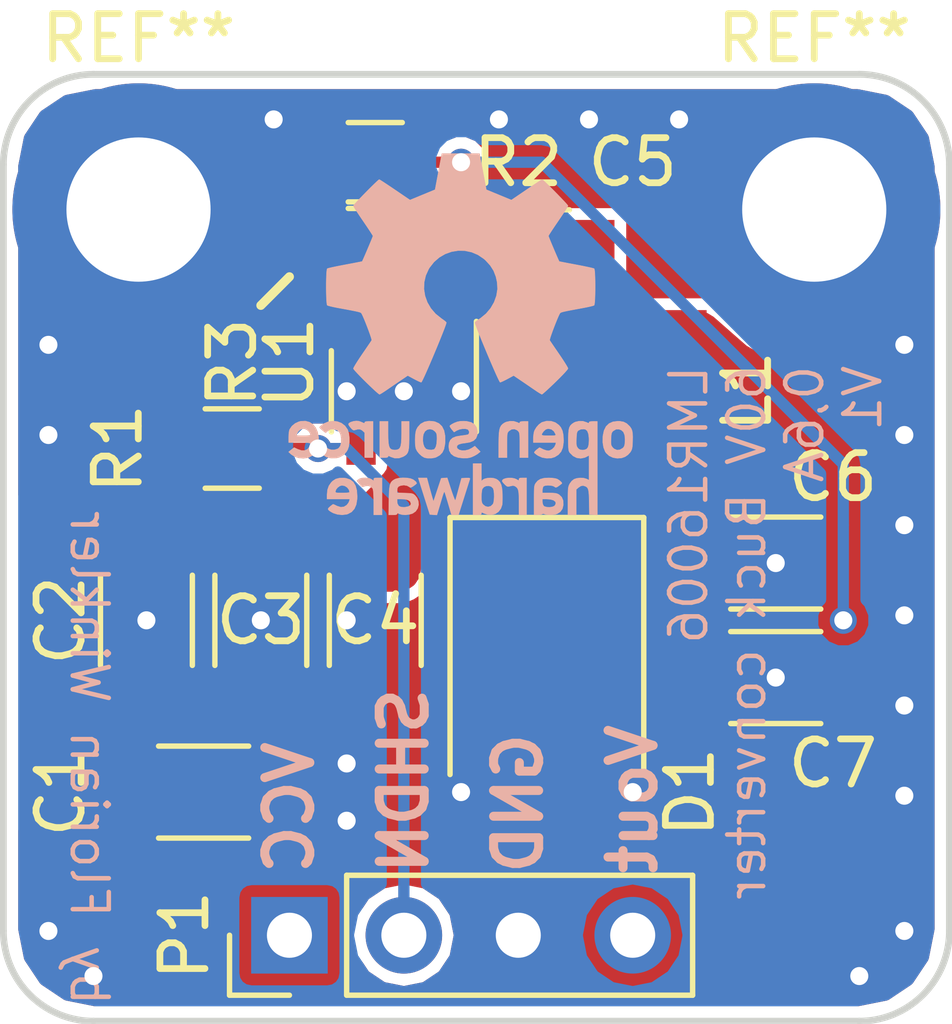
<source format=kicad_pcb>
(kicad_pcb (version 4) (host pcbnew 4.0.5)

  (general
    (links 0)
    (no_connects 0)
    (area 119.924999 88.924999 141.075001 110.075001)
    (thickness 1.6)
    (drawings 15)
    (tracks 154)
    (zones 0)
    (modules 17)
    (nets 8)
  )

  (page A4)
  (layers
    (0 F.Cu signal)
    (31 B.Cu signal)
    (32 B.Adhes user)
    (33 F.Adhes user)
    (34 B.Paste user)
    (35 F.Paste user)
    (36 B.SilkS user)
    (37 F.SilkS user)
    (38 B.Mask user)
    (39 F.Mask user)
    (40 Dwgs.User user)
    (41 Cmts.User user)
    (42 Eco1.User user)
    (43 Eco2.User user)
    (44 Edge.Cuts user)
    (45 Margin user)
    (46 B.CrtYd user)
    (47 F.CrtYd user)
    (48 B.Fab user)
    (49 F.Fab user hide)
  )

  (setup
    (last_trace_width 0.25)
    (user_trace_width 0.25)
    (user_trace_width 0.5)
    (user_trace_width 1)
    (trace_clearance 0.2)
    (zone_clearance 0.254)
    (zone_45_only no)
    (trace_min 0.2)
    (segment_width 0.2)
    (edge_width 0.15)
    (via_size 0.6)
    (via_drill 0.4)
    (via_min_size 0.4)
    (via_min_drill 0.3)
    (uvia_size 0.3)
    (uvia_drill 0.1)
    (uvias_allowed no)
    (uvia_min_size 0.2)
    (uvia_min_drill 0.1)
    (pcb_text_width 0.3)
    (pcb_text_size 1.5 1.5)
    (mod_edge_width 0.15)
    (mod_text_size 1 1)
    (mod_text_width 0.15)
    (pad_size 5.6 5.6)
    (pad_drill 3.2)
    (pad_to_mask_clearance 0.2)
    (aux_axis_origin 120 110)
    (grid_origin 120 110)
    (visible_elements FFFFFF7F)
    (pcbplotparams
      (layerselection 0x00030_80000001)
      (usegerberextensions false)
      (excludeedgelayer true)
      (linewidth 0.100000)
      (plotframeref false)
      (viasonmask false)
      (mode 1)
      (useauxorigin false)
      (hpglpennumber 1)
      (hpglpenspeed 20)
      (hpglpendiameter 15)
      (hpglpenoverlay 2)
      (psnegative false)
      (psa4output false)
      (plotreference true)
      (plotvalue true)
      (plotinvisibletext false)
      (padsonsilk false)
      (subtractmaskfromsilk false)
      (outputformat 1)
      (mirror false)
      (drillshape 1)
      (scaleselection 1)
      (outputdirectory ""))
  )

  (net 0 "")
  (net 1 VCC)
  (net 2 GND)
  (net 3 "Net-(C5-Pad1)")
  (net 4 "Net-(C5-Pad2)")
  (net 5 VAA)
  (net 6 /SHDN)
  (net 7 "Net-(R2-Pad2)")

  (net_class Default "This is the default net class."
    (clearance 0.2)
    (trace_width 0.25)
    (via_dia 0.6)
    (via_drill 0.4)
    (uvia_dia 0.3)
    (uvia_drill 0.1)
    (add_net /SHDN)
    (add_net GND)
    (add_net "Net-(C5-Pad1)")
    (add_net "Net-(C5-Pad2)")
    (add_net "Net-(R2-Pad2)")
    (add_net VAA)
    (add_net VCC)
  )

  (module Mounting_Holes:MountingHole_3.2mm_M3_DIN965_Pad (layer F.Cu) (tedit 58E2A2EB) (tstamp 58E299A4)
    (at 138 92)
    (descr "Mounting Hole 3.2mm, M3, DIN965")
    (tags "mounting hole 3.2mm m3 din965")
    (fp_text reference REF** (at 0 -3.8) (layer F.SilkS)
      (effects (font (size 1 1) (thickness 0.15)))
    )
    (fp_text value MountingHole_3.2mm_M3_DIN965_Pad (at 0 3.8) (layer F.Fab)
      (effects (font (size 1 1) (thickness 0.15)))
    )
    (fp_circle (center 0 0) (end 2.8 0) (layer Cmts.User) (width 0.15))
    (fp_circle (center 0 0) (end 3.05 0) (layer F.CrtYd) (width 0.05))
    (pad 1 thru_hole circle (at 0 0) (size 5.6 5.6) (drill 3.2) (layers *.Cu *.Mask)
      (net 2 GND))
  )

  (module Mounting_Holes:MountingHole_3.2mm_M3_DIN965_Pad (layer F.Cu) (tedit 58E2A2E6) (tstamp 58E29991)
    (at 123 92)
    (descr "Mounting Hole 3.2mm, M3, DIN965")
    (tags "mounting hole 3.2mm m3 din965")
    (fp_text reference REF** (at 0 -3.8) (layer F.SilkS)
      (effects (font (size 1 1) (thickness 0.15)))
    )
    (fp_text value MountingHole_3.2mm_M3_DIN965_Pad (at 0 3.8) (layer F.Fab)
      (effects (font (size 1 1) (thickness 0.15)))
    )
    (fp_circle (center 0 0) (end 2.8 0) (layer Cmts.User) (width 0.15))
    (fp_circle (center 0 0) (end 3.05 0) (layer F.CrtYd) (width 0.05))
    (pad 1 thru_hole circle (at 0 0) (size 5.6 5.6) (drill 3.2) (layers *.Cu *.Mask)
      (net 2 GND))
  )

  (module Capacitors_SMD:C_1206 (layer F.Cu) (tedit 58AA84B8) (tstamp 58E29AB6)
    (at 124.445 104.92)
    (descr "Capacitor SMD 1206, reflow soldering, AVX (see smccp.pdf)")
    (tags "capacitor 1206")
    (path /58E20461)
    (attr smd)
    (fp_text reference C1 (at -3.175 0 90) (layer F.SilkS)
      (effects (font (size 1 1) (thickness 0.15)))
    )
    (fp_text value 1µF (at 0 2) (layer F.Fab)
      (effects (font (size 1 1) (thickness 0.15)))
    )
    (fp_text user %R (at 0 -1.75) (layer F.Fab)
      (effects (font (size 1 1) (thickness 0.15)))
    )
    (fp_line (start -1.6 0.8) (end -1.6 -0.8) (layer F.Fab) (width 0.1))
    (fp_line (start 1.6 0.8) (end -1.6 0.8) (layer F.Fab) (width 0.1))
    (fp_line (start 1.6 -0.8) (end 1.6 0.8) (layer F.Fab) (width 0.1))
    (fp_line (start -1.6 -0.8) (end 1.6 -0.8) (layer F.Fab) (width 0.1))
    (fp_line (start 1 -1.02) (end -1 -1.02) (layer F.SilkS) (width 0.12))
    (fp_line (start -1 1.02) (end 1 1.02) (layer F.SilkS) (width 0.12))
    (fp_line (start -2.25 -1.05) (end 2.25 -1.05) (layer F.CrtYd) (width 0.05))
    (fp_line (start -2.25 -1.05) (end -2.25 1.05) (layer F.CrtYd) (width 0.05))
    (fp_line (start 2.25 1.05) (end 2.25 -1.05) (layer F.CrtYd) (width 0.05))
    (fp_line (start 2.25 1.05) (end -2.25 1.05) (layer F.CrtYd) (width 0.05))
    (pad 1 smd rect (at -1.5 0) (size 1 1.6) (layers F.Cu F.Paste F.Mask)
      (net 1 VCC))
    (pad 2 smd rect (at 1.5 0) (size 1 1.6) (layers F.Cu F.Paste F.Mask)
      (net 2 GND))
    (model Capacitors_SMD.3dshapes/C_1206.wrl
      (at (xyz 0 0 0))
      (scale (xyz 1 1 1))
      (rotate (xyz 0 0 0))
    )
  )

  (module Capacitors_SMD:C_1206 (layer F.Cu) (tedit 58AA84B8) (tstamp 58E29AC7)
    (at 123.175 101.11 270)
    (descr "Capacitor SMD 1206, reflow soldering, AVX (see smccp.pdf)")
    (tags "capacitor 1206")
    (path /58E20440)
    (attr smd)
    (fp_text reference C2 (at 0 1.905 450) (layer F.SilkS)
      (effects (font (size 1 1) (thickness 0.15)))
    )
    (fp_text value 1µF (at 0 2 270) (layer F.Fab)
      (effects (font (size 1 1) (thickness 0.15)))
    )
    (fp_text user %R (at 0 -1.75 270) (layer F.Fab)
      (effects (font (size 1 1) (thickness 0.15)))
    )
    (fp_line (start -1.6 0.8) (end -1.6 -0.8) (layer F.Fab) (width 0.1))
    (fp_line (start 1.6 0.8) (end -1.6 0.8) (layer F.Fab) (width 0.1))
    (fp_line (start 1.6 -0.8) (end 1.6 0.8) (layer F.Fab) (width 0.1))
    (fp_line (start -1.6 -0.8) (end 1.6 -0.8) (layer F.Fab) (width 0.1))
    (fp_line (start 1 -1.02) (end -1 -1.02) (layer F.SilkS) (width 0.12))
    (fp_line (start -1 1.02) (end 1 1.02) (layer F.SilkS) (width 0.12))
    (fp_line (start -2.25 -1.05) (end 2.25 -1.05) (layer F.CrtYd) (width 0.05))
    (fp_line (start -2.25 -1.05) (end -2.25 1.05) (layer F.CrtYd) (width 0.05))
    (fp_line (start 2.25 1.05) (end 2.25 -1.05) (layer F.CrtYd) (width 0.05))
    (fp_line (start 2.25 1.05) (end -2.25 1.05) (layer F.CrtYd) (width 0.05))
    (pad 1 smd rect (at -1.5 0 270) (size 1 1.6) (layers F.Cu F.Paste F.Mask)
      (net 1 VCC))
    (pad 2 smd rect (at 1.5 0 270) (size 1 1.6) (layers F.Cu F.Paste F.Mask)
      (net 2 GND))
    (model Capacitors_SMD.3dshapes/C_1206.wrl
      (at (xyz 0 0 0))
      (scale (xyz 1 1 1))
      (rotate (xyz 0 0 0))
    )
  )

  (module Capacitors_SMD:C_1206 (layer F.Cu) (tedit 58AA84B8) (tstamp 58E29AD8)
    (at 125.715 101.11 270)
    (descr "Capacitor SMD 1206, reflow soldering, AVX (see smccp.pdf)")
    (tags "capacitor 1206")
    (path /58E20422)
    (attr smd)
    (fp_text reference C3 (at 0 0 360) (layer F.SilkS)
      (effects (font (size 1 1) (thickness 0.15)))
    )
    (fp_text value 1µF (at 0 2 270) (layer F.Fab)
      (effects (font (size 1 1) (thickness 0.15)))
    )
    (fp_text user %R (at 0 -1.75 270) (layer F.Fab)
      (effects (font (size 1 1) (thickness 0.15)))
    )
    (fp_line (start -1.6 0.8) (end -1.6 -0.8) (layer F.Fab) (width 0.1))
    (fp_line (start 1.6 0.8) (end -1.6 0.8) (layer F.Fab) (width 0.1))
    (fp_line (start 1.6 -0.8) (end 1.6 0.8) (layer F.Fab) (width 0.1))
    (fp_line (start -1.6 -0.8) (end 1.6 -0.8) (layer F.Fab) (width 0.1))
    (fp_line (start 1 -1.02) (end -1 -1.02) (layer F.SilkS) (width 0.12))
    (fp_line (start -1 1.02) (end 1 1.02) (layer F.SilkS) (width 0.12))
    (fp_line (start -2.25 -1.05) (end 2.25 -1.05) (layer F.CrtYd) (width 0.05))
    (fp_line (start -2.25 -1.05) (end -2.25 1.05) (layer F.CrtYd) (width 0.05))
    (fp_line (start 2.25 1.05) (end 2.25 -1.05) (layer F.CrtYd) (width 0.05))
    (fp_line (start 2.25 1.05) (end -2.25 1.05) (layer F.CrtYd) (width 0.05))
    (pad 1 smd rect (at -1.5 0 270) (size 1 1.6) (layers F.Cu F.Paste F.Mask)
      (net 1 VCC))
    (pad 2 smd rect (at 1.5 0 270) (size 1 1.6) (layers F.Cu F.Paste F.Mask)
      (net 2 GND))
    (model Capacitors_SMD.3dshapes/C_1206.wrl
      (at (xyz 0 0 0))
      (scale (xyz 1 1 1))
      (rotate (xyz 0 0 0))
    )
  )

  (module Capacitors_SMD:C_1206 (layer F.Cu) (tedit 58AA84B8) (tstamp 58E29AE9)
    (at 128.255 101.11 270)
    (descr "Capacitor SMD 1206, reflow soldering, AVX (see smccp.pdf)")
    (tags "capacitor 1206")
    (path /58E203FB)
    (attr smd)
    (fp_text reference C4 (at 0 0 540) (layer F.SilkS)
      (effects (font (size 1 1) (thickness 0.15)))
    )
    (fp_text value 1µF (at 0 2 270) (layer F.Fab)
      (effects (font (size 1 1) (thickness 0.15)))
    )
    (fp_text user %R (at 0 -1.75 270) (layer F.Fab)
      (effects (font (size 1 1) (thickness 0.15)))
    )
    (fp_line (start -1.6 0.8) (end -1.6 -0.8) (layer F.Fab) (width 0.1))
    (fp_line (start 1.6 0.8) (end -1.6 0.8) (layer F.Fab) (width 0.1))
    (fp_line (start 1.6 -0.8) (end 1.6 0.8) (layer F.Fab) (width 0.1))
    (fp_line (start -1.6 -0.8) (end 1.6 -0.8) (layer F.Fab) (width 0.1))
    (fp_line (start 1 -1.02) (end -1 -1.02) (layer F.SilkS) (width 0.12))
    (fp_line (start -1 1.02) (end 1 1.02) (layer F.SilkS) (width 0.12))
    (fp_line (start -2.25 -1.05) (end 2.25 -1.05) (layer F.CrtYd) (width 0.05))
    (fp_line (start -2.25 -1.05) (end -2.25 1.05) (layer F.CrtYd) (width 0.05))
    (fp_line (start 2.25 1.05) (end 2.25 -1.05) (layer F.CrtYd) (width 0.05))
    (fp_line (start 2.25 1.05) (end -2.25 1.05) (layer F.CrtYd) (width 0.05))
    (pad 1 smd rect (at -1.5 0 270) (size 1 1.6) (layers F.Cu F.Paste F.Mask)
      (net 1 VCC))
    (pad 2 smd rect (at 1.5 0 270) (size 1 1.6) (layers F.Cu F.Paste F.Mask)
      (net 2 GND))
    (model Capacitors_SMD.3dshapes/C_1206.wrl
      (at (xyz 0 0 0))
      (scale (xyz 1 1 1))
      (rotate (xyz 0 0 0))
    )
  )

  (module Capacitors_SMD:C_0805 (layer F.Cu) (tedit 58AA8463) (tstamp 58E29AFA)
    (at 132.065 92.855)
    (descr "Capacitor SMD 0805, reflow soldering, AVX (see smccp.pdf)")
    (tags "capacitor 0805")
    (path /58E20485)
    (attr smd)
    (fp_text reference C5 (at 1.905 -1.905 180) (layer F.SilkS)
      (effects (font (size 1 1) (thickness 0.15)))
    )
    (fp_text value 100nF (at 0 1.75) (layer F.Fab)
      (effects (font (size 1 1) (thickness 0.15)))
    )
    (fp_text user %R (at 0 -1.5) (layer F.Fab)
      (effects (font (size 1 1) (thickness 0.15)))
    )
    (fp_line (start -1 0.62) (end -1 -0.62) (layer F.Fab) (width 0.1))
    (fp_line (start 1 0.62) (end -1 0.62) (layer F.Fab) (width 0.1))
    (fp_line (start 1 -0.62) (end 1 0.62) (layer F.Fab) (width 0.1))
    (fp_line (start -1 -0.62) (end 1 -0.62) (layer F.Fab) (width 0.1))
    (fp_line (start 0.5 -0.85) (end -0.5 -0.85) (layer F.SilkS) (width 0.12))
    (fp_line (start -0.5 0.85) (end 0.5 0.85) (layer F.SilkS) (width 0.12))
    (fp_line (start -1.75 -0.88) (end 1.75 -0.88) (layer F.CrtYd) (width 0.05))
    (fp_line (start -1.75 -0.88) (end -1.75 0.87) (layer F.CrtYd) (width 0.05))
    (fp_line (start 1.75 0.87) (end 1.75 -0.88) (layer F.CrtYd) (width 0.05))
    (fp_line (start 1.75 0.87) (end -1.75 0.87) (layer F.CrtYd) (width 0.05))
    (pad 1 smd rect (at -1 0) (size 1 1.25) (layers F.Cu F.Paste F.Mask)
      (net 3 "Net-(C5-Pad1)"))
    (pad 2 smd rect (at 1 0) (size 1 1.25) (layers F.Cu F.Paste F.Mask)
      (net 4 "Net-(C5-Pad2)"))
    (model Capacitors_SMD.3dshapes/C_0805.wrl
      (at (xyz 0 0 0))
      (scale (xyz 1 1 1))
      (rotate (xyz 0 0 0))
    )
  )

  (module Capacitors_SMD:C_1206 (layer F.Cu) (tedit 58AA84B8) (tstamp 58E29B0B)
    (at 137.145 99.84 180)
    (descr "Capacitor SMD 1206, reflow soldering, AVX (see smccp.pdf)")
    (tags "capacitor 1206")
    (path /58E205AC)
    (attr smd)
    (fp_text reference C6 (at -1.27 1.905 180) (layer F.SilkS)
      (effects (font (size 1 1) (thickness 0.15)))
    )
    (fp_text value 10µF (at 0 2 180) (layer F.Fab)
      (effects (font (size 1 1) (thickness 0.15)))
    )
    (fp_text user %R (at 0 -1.75 180) (layer F.Fab)
      (effects (font (size 1 1) (thickness 0.15)))
    )
    (fp_line (start -1.6 0.8) (end -1.6 -0.8) (layer F.Fab) (width 0.1))
    (fp_line (start 1.6 0.8) (end -1.6 0.8) (layer F.Fab) (width 0.1))
    (fp_line (start 1.6 -0.8) (end 1.6 0.8) (layer F.Fab) (width 0.1))
    (fp_line (start -1.6 -0.8) (end 1.6 -0.8) (layer F.Fab) (width 0.1))
    (fp_line (start 1 -1.02) (end -1 -1.02) (layer F.SilkS) (width 0.12))
    (fp_line (start -1 1.02) (end 1 1.02) (layer F.SilkS) (width 0.12))
    (fp_line (start -2.25 -1.05) (end 2.25 -1.05) (layer F.CrtYd) (width 0.05))
    (fp_line (start -2.25 -1.05) (end -2.25 1.05) (layer F.CrtYd) (width 0.05))
    (fp_line (start 2.25 1.05) (end 2.25 -1.05) (layer F.CrtYd) (width 0.05))
    (fp_line (start 2.25 1.05) (end -2.25 1.05) (layer F.CrtYd) (width 0.05))
    (pad 1 smd rect (at -1.5 0 180) (size 1 1.6) (layers F.Cu F.Paste F.Mask)
      (net 5 VAA))
    (pad 2 smd rect (at 1.5 0 180) (size 1 1.6) (layers F.Cu F.Paste F.Mask)
      (net 2 GND))
    (model Capacitors_SMD.3dshapes/C_1206.wrl
      (at (xyz 0 0 0))
      (scale (xyz 1 1 1))
      (rotate (xyz 0 0 0))
    )
  )

  (module Capacitors_SMD:C_1206 (layer F.Cu) (tedit 58AA84B8) (tstamp 58E29B1C)
    (at 137.145 102.38 180)
    (descr "Capacitor SMD 1206, reflow soldering, AVX (see smccp.pdf)")
    (tags "capacitor 1206")
    (path /58E2A5F1)
    (attr smd)
    (fp_text reference C7 (at -1.27 -1.905 180) (layer F.SilkS)
      (effects (font (size 1 1) (thickness 0.15)))
    )
    (fp_text value 10µF (at 0 2 180) (layer F.Fab)
      (effects (font (size 1 1) (thickness 0.15)))
    )
    (fp_text user %R (at 0 -1.75 180) (layer F.Fab)
      (effects (font (size 1 1) (thickness 0.15)))
    )
    (fp_line (start -1.6 0.8) (end -1.6 -0.8) (layer F.Fab) (width 0.1))
    (fp_line (start 1.6 0.8) (end -1.6 0.8) (layer F.Fab) (width 0.1))
    (fp_line (start 1.6 -0.8) (end 1.6 0.8) (layer F.Fab) (width 0.1))
    (fp_line (start -1.6 -0.8) (end 1.6 -0.8) (layer F.Fab) (width 0.1))
    (fp_line (start 1 -1.02) (end -1 -1.02) (layer F.SilkS) (width 0.12))
    (fp_line (start -1 1.02) (end 1 1.02) (layer F.SilkS) (width 0.12))
    (fp_line (start -2.25 -1.05) (end 2.25 -1.05) (layer F.CrtYd) (width 0.05))
    (fp_line (start -2.25 -1.05) (end -2.25 1.05) (layer F.CrtYd) (width 0.05))
    (fp_line (start 2.25 1.05) (end 2.25 -1.05) (layer F.CrtYd) (width 0.05))
    (fp_line (start 2.25 1.05) (end -2.25 1.05) (layer F.CrtYd) (width 0.05))
    (pad 1 smd rect (at -1.5 0 180) (size 1 1.6) (layers F.Cu F.Paste F.Mask)
      (net 5 VAA))
    (pad 2 smd rect (at 1.5 0 180) (size 1 1.6) (layers F.Cu F.Paste F.Mask)
      (net 2 GND))
    (model Capacitors_SMD.3dshapes/C_1206.wrl
      (at (xyz 0 0 0))
      (scale (xyz 1 1 1))
      (rotate (xyz 0 0 0))
    )
  )

  (module Diodes_SMD:D_SMB_Standard (layer F.Cu) (tedit 58645DF3) (tstamp 58E29B33)
    (at 132.065 102.38 270)
    (descr "Diode SMB Standard")
    (tags "Diode SMB Standard")
    (path /58E20504)
    (attr smd)
    (fp_text reference D1 (at 2.54 -3.175 270) (layer F.SilkS)
      (effects (font (size 1 1) (thickness 0.15)))
    )
    (fp_text value SMB (at 0.05 4.7 270) (layer F.Fab)
      (effects (font (size 1 1) (thickness 0.15)))
    )
    (fp_line (start -3.55 -2.15) (end -3.55 2.15) (layer F.SilkS) (width 0.12))
    (fp_line (start 2.3 2) (end -2.3 2) (layer F.Fab) (width 0.1))
    (fp_line (start -2.3 2) (end -2.3 -2) (layer F.Fab) (width 0.1))
    (fp_line (start 2.3 -2) (end 2.3 2) (layer F.Fab) (width 0.1))
    (fp_line (start 2.3 -2) (end -2.3 -2) (layer F.Fab) (width 0.1))
    (fp_line (start -3.65 -2.25) (end 3.65 -2.25) (layer F.CrtYd) (width 0.05))
    (fp_line (start 3.65 -2.25) (end 3.65 2.25) (layer F.CrtYd) (width 0.05))
    (fp_line (start 3.65 2.25) (end -3.65 2.25) (layer F.CrtYd) (width 0.05))
    (fp_line (start -3.65 2.25) (end -3.65 -2.25) (layer F.CrtYd) (width 0.05))
    (fp_line (start -0.64944 0.00102) (end -1.55114 0.00102) (layer F.Fab) (width 0.1))
    (fp_line (start 0.50118 0.00102) (end 1.4994 0.00102) (layer F.Fab) (width 0.1))
    (fp_line (start -0.64944 -0.79908) (end -0.64944 0.80112) (layer F.Fab) (width 0.1))
    (fp_line (start 0.50118 0.75032) (end 0.50118 -0.79908) (layer F.Fab) (width 0.1))
    (fp_line (start -0.64944 0.00102) (end 0.50118 0.75032) (layer F.Fab) (width 0.1))
    (fp_line (start -0.64944 0.00102) (end 0.50118 -0.79908) (layer F.Fab) (width 0.1))
    (fp_line (start -3.55 2.15) (end 2.15 2.15) (layer F.SilkS) (width 0.12))
    (fp_line (start -3.55 -2.15) (end 2.15 -2.15) (layer F.SilkS) (width 0.12))
    (pad 1 smd rect (at -2.15 0 270) (size 2.5 2.3) (layers F.Cu F.Paste F.Mask)
      (net 4 "Net-(C5-Pad2)"))
    (pad 2 smd rect (at 2.15 0 270) (size 2.5 2.3) (layers F.Cu F.Paste F.Mask)
      (net 2 GND))
    (model Diodes_SMD.3dshapes/D_SMB_Standard.wrl
      (at (xyz 0 0 0))
      (scale (xyz 1 1 1))
      (rotate (xyz 0 0 0))
    )
  )

  (module inductors:SRN4026 (layer F.Cu) (tedit 57AB315B) (tstamp 58E29B39)
    (at 133.335 96.03 180)
    (descr Inductor)
    (tags inductor,srn4026)
    (path /58E2038C)
    (fp_text reference L1 (at -3.175 0 270) (layer F.SilkS)
      (effects (font (size 1 1) (thickness 0.15)))
    )
    (fp_text value 22µH (at 0 -2.54 180) (layer F.Fab)
      (effects (font (size 1 1) (thickness 0.15)))
    )
    (pad 1 smd rect (at -1.525 0 270) (size 3.6 1.5) (layers F.Cu F.Paste F.Mask)
      (net 5 VAA))
    (pad 2 smd rect (at 1.525 0 270) (size 3.6 1.5) (layers F.Cu F.Paste F.Mask)
      (net 4 "Net-(C5-Pad2)"))
  )

  (module Pin_Headers:Pin_Header_Straight_1x04_Pitch2.54mm (layer F.Cu) (tedit 58CD4EC1) (tstamp 58E29B50)
    (at 126.35 108.095 90)
    (descr "Through hole straight pin header, 1x04, 2.54mm pitch, single row")
    (tags "Through hole pin header THT 1x04 2.54mm single row")
    (path /58E29746)
    (fp_text reference P1 (at 0 -2.33 90) (layer F.SilkS)
      (effects (font (size 1 1) (thickness 0.15)))
    )
    (fp_text value CONN_01X04 (at 0 9.95 90) (layer F.Fab)
      (effects (font (size 1 1) (thickness 0.15)))
    )
    (fp_line (start -1.27 -1.27) (end -1.27 8.89) (layer F.Fab) (width 0.1))
    (fp_line (start -1.27 8.89) (end 1.27 8.89) (layer F.Fab) (width 0.1))
    (fp_line (start 1.27 8.89) (end 1.27 -1.27) (layer F.Fab) (width 0.1))
    (fp_line (start 1.27 -1.27) (end -1.27 -1.27) (layer F.Fab) (width 0.1))
    (fp_line (start -1.33 1.27) (end -1.33 8.95) (layer F.SilkS) (width 0.12))
    (fp_line (start -1.33 8.95) (end 1.33 8.95) (layer F.SilkS) (width 0.12))
    (fp_line (start 1.33 8.95) (end 1.33 1.27) (layer F.SilkS) (width 0.12))
    (fp_line (start 1.33 1.27) (end -1.33 1.27) (layer F.SilkS) (width 0.12))
    (fp_line (start -1.33 0) (end -1.33 -1.33) (layer F.SilkS) (width 0.12))
    (fp_line (start -1.33 -1.33) (end 0 -1.33) (layer F.SilkS) (width 0.12))
    (fp_line (start -1.8 -1.8) (end -1.8 9.4) (layer F.CrtYd) (width 0.05))
    (fp_line (start -1.8 9.4) (end 1.8 9.4) (layer F.CrtYd) (width 0.05))
    (fp_line (start 1.8 9.4) (end 1.8 -1.8) (layer F.CrtYd) (width 0.05))
    (fp_line (start 1.8 -1.8) (end -1.8 -1.8) (layer F.CrtYd) (width 0.05))
    (fp_text user %R (at 0 -2.33 90) (layer F.Fab)
      (effects (font (size 1 1) (thickness 0.15)))
    )
    (pad 1 thru_hole rect (at 0 0 90) (size 1.7 1.7) (drill 1) (layers *.Cu *.Mask)
      (net 1 VCC))
    (pad 2 thru_hole oval (at 0 2.54 90) (size 1.7 1.7) (drill 1) (layers *.Cu *.Mask)
      (net 6 /SHDN))
    (pad 3 thru_hole oval (at 0 5.08 90) (size 1.7 1.7) (drill 1) (layers *.Cu *.Mask)
      (net 2 GND))
    (pad 4 thru_hole oval (at 0 7.62 90) (size 1.7 1.7) (drill 1) (layers *.Cu *.Mask)
      (net 5 VAA))
    (model ${KISYS3DMOD}/Pin_Headers.3dshapes/Pin_Header_Straight_1x04_Pitch2.54mm.wrl
      (at (xyz 0 -0.15 0))
      (scale (xyz 1 1 1))
      (rotate (xyz 0 0 90))
    )
  )

  (module Resistors_SMD:R_0805 (layer F.Cu) (tedit 58E0A804) (tstamp 58E29B61)
    (at 125.08 97.3 180)
    (descr "Resistor SMD 0805, reflow soldering, Vishay (see dcrcw.pdf)")
    (tags "resistor 0805")
    (path /58E2A2D2)
    (attr smd)
    (fp_text reference R1 (at 2.54 0 270) (layer F.SilkS)
      (effects (font (size 1 1) (thickness 0.15)))
    )
    (fp_text value 100kΩ (at -0.315 1.75 180) (layer F.Fab)
      (effects (font (size 1 1) (thickness 0.15)))
    )
    (fp_text user %R (at 0 0 180) (layer F.Fab)
      (effects (font (size 0.5 0.5) (thickness 0.075)))
    )
    (fp_line (start -1 0.62) (end -1 -0.62) (layer F.Fab) (width 0.1))
    (fp_line (start 1 0.62) (end -1 0.62) (layer F.Fab) (width 0.1))
    (fp_line (start 1 -0.62) (end 1 0.62) (layer F.Fab) (width 0.1))
    (fp_line (start -1 -0.62) (end 1 -0.62) (layer F.Fab) (width 0.1))
    (fp_line (start 0.6 0.88) (end -0.6 0.88) (layer F.SilkS) (width 0.12))
    (fp_line (start -0.6 -0.88) (end 0.6 -0.88) (layer F.SilkS) (width 0.12))
    (fp_line (start -1.55 -0.9) (end 1.55 -0.9) (layer F.CrtYd) (width 0.05))
    (fp_line (start -1.55 -0.9) (end -1.55 0.9) (layer F.CrtYd) (width 0.05))
    (fp_line (start 1.55 0.9) (end 1.55 -0.9) (layer F.CrtYd) (width 0.05))
    (fp_line (start 1.55 0.9) (end -1.55 0.9) (layer F.CrtYd) (width 0.05))
    (pad 1 smd rect (at -0.95 0 180) (size 0.7 1.3) (layers F.Cu F.Paste F.Mask)
      (net 6 /SHDN))
    (pad 2 smd rect (at 0.95 0 180) (size 0.7 1.3) (layers F.Cu F.Paste F.Mask)
      (net 1 VCC))
    (model ${KISYS3DMOD}/Resistors_SMD.3dshapes/R_0805.wrl
      (at (xyz 0 0 0))
      (scale (xyz 1 1 1))
      (rotate (xyz 0 0 0))
    )
  )

  (module Resistors_SMD:R_0805 (layer F.Cu) (tedit 58E0A804) (tstamp 58E29B72)
    (at 128.255 90.95 180)
    (descr "Resistor SMD 0805, reflow soldering, Vishay (see dcrcw.pdf)")
    (tags "resistor 0805")
    (path /58E20610)
    (attr smd)
    (fp_text reference R2 (at -3.175 0 360) (layer F.SilkS)
      (effects (font (size 1 1) (thickness 0.15)))
    )
    (fp_text value R (at 0 1.75 180) (layer F.Fab)
      (effects (font (size 1 1) (thickness 0.15)))
    )
    (fp_text user %R (at -0.315 0 180) (layer F.Fab)
      (effects (font (size 0.5 0.5) (thickness 0.075)))
    )
    (fp_line (start -1 0.62) (end -1 -0.62) (layer F.Fab) (width 0.1))
    (fp_line (start 1 0.62) (end -1 0.62) (layer F.Fab) (width 0.1))
    (fp_line (start 1 -0.62) (end 1 0.62) (layer F.Fab) (width 0.1))
    (fp_line (start -1 -0.62) (end 1 -0.62) (layer F.Fab) (width 0.1))
    (fp_line (start 0.6 0.88) (end -0.6 0.88) (layer F.SilkS) (width 0.12))
    (fp_line (start -0.6 -0.88) (end 0.6 -0.88) (layer F.SilkS) (width 0.12))
    (fp_line (start -1.55 -0.9) (end 1.55 -0.9) (layer F.CrtYd) (width 0.05))
    (fp_line (start -1.55 -0.9) (end -1.55 0.9) (layer F.CrtYd) (width 0.05))
    (fp_line (start 1.55 0.9) (end 1.55 -0.9) (layer F.CrtYd) (width 0.05))
    (fp_line (start 1.55 0.9) (end -1.55 0.9) (layer F.CrtYd) (width 0.05))
    (pad 1 smd rect (at -0.95 0 180) (size 0.7 1.3) (layers F.Cu F.Paste F.Mask)
      (net 5 VAA))
    (pad 2 smd rect (at 0.95 0 180) (size 0.7 1.3) (layers F.Cu F.Paste F.Mask)
      (net 7 "Net-(R2-Pad2)"))
    (model ${KISYS3DMOD}/Resistors_SMD.3dshapes/R_0805.wrl
      (at (xyz 0 0 0))
      (scale (xyz 1 1 1))
      (rotate (xyz 0 0 0))
    )
  )

  (module Resistors_SMD:R_0805 (layer F.Cu) (tedit 58E0A804) (tstamp 58E29B83)
    (at 128.255 92.855)
    (descr "Resistor SMD 0805, reflow soldering, Vishay (see dcrcw.pdf)")
    (tags "resistor 0805")
    (path /58E206DD)
    (attr smd)
    (fp_text reference R3 (at -3.175 2.54 270) (layer F.SilkS)
      (effects (font (size 1 1) (thickness 0.15)))
    )
    (fp_text value R (at 0 1.75) (layer F.Fab)
      (effects (font (size 1 1) (thickness 0.15)))
    )
    (fp_text user %R (at 0 0 180) (layer F.Fab)
      (effects (font (size 0.5 0.5) (thickness 0.075)))
    )
    (fp_line (start -1 0.62) (end -1 -0.62) (layer F.Fab) (width 0.1))
    (fp_line (start 1 0.62) (end -1 0.62) (layer F.Fab) (width 0.1))
    (fp_line (start 1 -0.62) (end 1 0.62) (layer F.Fab) (width 0.1))
    (fp_line (start -1 -0.62) (end 1 -0.62) (layer F.Fab) (width 0.1))
    (fp_line (start 0.6 0.88) (end -0.6 0.88) (layer F.SilkS) (width 0.12))
    (fp_line (start -0.6 -0.88) (end 0.6 -0.88) (layer F.SilkS) (width 0.12))
    (fp_line (start -1.55 -0.9) (end 1.55 -0.9) (layer F.CrtYd) (width 0.05))
    (fp_line (start -1.55 -0.9) (end -1.55 0.9) (layer F.CrtYd) (width 0.05))
    (fp_line (start 1.55 0.9) (end 1.55 -0.9) (layer F.CrtYd) (width 0.05))
    (fp_line (start 1.55 0.9) (end -1.55 0.9) (layer F.CrtYd) (width 0.05))
    (pad 1 smd rect (at -0.95 0) (size 0.7 1.3) (layers F.Cu F.Paste F.Mask)
      (net 7 "Net-(R2-Pad2)"))
    (pad 2 smd rect (at 0.95 0) (size 0.7 1.3) (layers F.Cu F.Paste F.Mask)
      (net 2 GND))
    (model ${KISYS3DMOD}/Resistors_SMD.3dshapes/R_0805.wrl
      (at (xyz 0 0 0))
      (scale (xyz 1 1 1))
      (rotate (xyz 0 0 0))
    )
  )

  (module TO_SOT_Packages_SMD:SOT-23-6 (layer F.Cu) (tedit 58CE4E7E) (tstamp 58E29B99)
    (at 128.89 96.03 270)
    (descr "6-pin SOT-23 package")
    (tags SOT-23-6)
    (path /58E20357)
    (attr smd)
    (fp_text reference U1 (at -0.635 2.54 270) (layer F.SilkS)
      (effects (font (size 1 1) (thickness 0.15)))
    )
    (fp_text value LMR16006 (at 0 2.9 270) (layer F.Fab)
      (effects (font (size 1 1) (thickness 0.15)))
    )
    (fp_text user %R (at 0 0 450) (layer F.Fab)
      (effects (font (size 0.5 0.5) (thickness 0.075)))
    )
    (fp_line (start -0.9 1.61) (end 0.9 1.61) (layer F.SilkS) (width 0.12))
    (fp_line (start 0.9 -1.61) (end -1.55 -1.61) (layer F.SilkS) (width 0.12))
    (fp_line (start 1.9 -1.8) (end -1.9 -1.8) (layer F.CrtYd) (width 0.05))
    (fp_line (start 1.9 1.8) (end 1.9 -1.8) (layer F.CrtYd) (width 0.05))
    (fp_line (start -1.9 1.8) (end 1.9 1.8) (layer F.CrtYd) (width 0.05))
    (fp_line (start -1.9 -1.8) (end -1.9 1.8) (layer F.CrtYd) (width 0.05))
    (fp_line (start -0.9 -0.9) (end -0.25 -1.55) (layer F.Fab) (width 0.1))
    (fp_line (start 0.9 -1.55) (end -0.25 -1.55) (layer F.Fab) (width 0.1))
    (fp_line (start -0.9 -0.9) (end -0.9 1.55) (layer F.Fab) (width 0.1))
    (fp_line (start 0.9 1.55) (end -0.9 1.55) (layer F.Fab) (width 0.1))
    (fp_line (start 0.9 -1.55) (end 0.9 1.55) (layer F.Fab) (width 0.1))
    (pad 1 smd rect (at -1.1 -0.95 270) (size 1.06 0.65) (layers F.Cu F.Paste F.Mask)
      (net 3 "Net-(C5-Pad1)"))
    (pad 2 smd rect (at -1.1 0 270) (size 1.06 0.65) (layers F.Cu F.Paste F.Mask)
      (net 2 GND))
    (pad 3 smd rect (at -1.1 0.95 270) (size 1.06 0.65) (layers F.Cu F.Paste F.Mask)
      (net 7 "Net-(R2-Pad2)"))
    (pad 4 smd rect (at 1.1 0.95 270) (size 1.06 0.65) (layers F.Cu F.Paste F.Mask)
      (net 6 /SHDN))
    (pad 6 smd rect (at 1.1 -0.95 270) (size 1.06 0.65) (layers F.Cu F.Paste F.Mask)
      (net 4 "Net-(C5-Pad2)"))
    (pad 5 smd rect (at 1.1 0 270) (size 1.06 0.65) (layers F.Cu F.Paste F.Mask)
      (net 1 VCC))
    (model ${KISYS3DMOD}/TO_SOT_Packages_SMD.3dshapes/SOT-23-6.wrl
      (at (xyz 0 0 0))
      (scale (xyz 1 1 1))
      (rotate (xyz 0 0 0))
    )
  )

  (module Symbols:OSHW-Logo_7.5x8mm_SilkScreen (layer B.Cu) (tedit 0) (tstamp 58E2B088)
    (at 130.16 94.76 180)
    (descr "Open Source Hardware Logo")
    (tags "Logo OSHW")
    (attr virtual)
    (fp_text reference REF*** (at 0 0 180) (layer B.SilkS) hide
      (effects (font (size 1 1) (thickness 0.15)) (justify mirror))
    )
    (fp_text value OSHW-Logo_7.5x8mm_SilkScreen (at 0.75 0 180) (layer B.Fab) hide
      (effects (font (size 1 1) (thickness 0.15)) (justify mirror))
    )
    (fp_poly (pts (xy -2.53664 -1.952468) (xy -2.501408 -1.969874) (xy -2.45796 -2.000206) (xy -2.426294 -2.033283)
      (xy -2.404606 -2.074817) (xy -2.391097 -2.130522) (xy -2.383962 -2.206111) (xy -2.3814 -2.307296)
      (xy -2.38125 -2.350797) (xy -2.381688 -2.446135) (xy -2.383504 -2.514271) (xy -2.387455 -2.561418)
      (xy -2.394298 -2.59379) (xy -2.404789 -2.6176) (xy -2.415704 -2.633843) (xy -2.485381 -2.702952)
      (xy -2.567434 -2.744521) (xy -2.65595 -2.757023) (xy -2.745019 -2.738934) (xy -2.773237 -2.726142)
      (xy -2.84079 -2.690931) (xy -2.84079 -3.2427) (xy -2.791488 -3.217205) (xy -2.726527 -3.19748)
      (xy -2.64668 -3.192427) (xy -2.566948 -3.201756) (xy -2.506735 -3.222714) (xy -2.456792 -3.262627)
      (xy -2.414119 -3.319741) (xy -2.41091 -3.325605) (xy -2.397378 -3.353227) (xy -2.387495 -3.381068)
      (xy -2.380691 -3.414794) (xy -2.376399 -3.460071) (xy -2.374049 -3.522562) (xy -2.373072 -3.607935)
      (xy -2.372895 -3.70401) (xy -2.372895 -4.010526) (xy -2.556711 -4.010526) (xy -2.556711 -3.445339)
      (xy -2.608125 -3.402077) (xy -2.661534 -3.367472) (xy -2.712112 -3.36118) (xy -2.76297 -3.377372)
      (xy -2.790075 -3.393227) (xy -2.810249 -3.41581) (xy -2.824597 -3.44994) (xy -2.834224 -3.500434)
      (xy -2.840237 -3.572111) (xy -2.84374 -3.669788) (xy -2.844974 -3.734802) (xy -2.849145 -4.002171)
      (xy -2.936875 -4.007222) (xy -3.024606 -4.012273) (xy -3.024606 -2.353101) (xy -2.84079 -2.353101)
      (xy -2.836104 -2.4456) (xy -2.820312 -2.509809) (xy -2.790817 -2.549759) (xy -2.74502 -2.56948)
      (xy -2.69875 -2.573421) (xy -2.646372 -2.568892) (xy -2.61161 -2.551069) (xy -2.589872 -2.527519)
      (xy -2.57276 -2.502189) (xy -2.562573 -2.473969) (xy -2.55804 -2.434431) (xy -2.557891 -2.375142)
      (xy -2.559416 -2.325498) (xy -2.562919 -2.25071) (xy -2.568133 -2.201611) (xy -2.576913 -2.170467)
      (xy -2.591114 -2.149545) (xy -2.604516 -2.137452) (xy -2.660513 -2.111081) (xy -2.726789 -2.106822)
      (xy -2.764844 -2.115906) (xy -2.802523 -2.148196) (xy -2.827481 -2.211006) (xy -2.839578 -2.303894)
      (xy -2.84079 -2.353101) (xy -3.024606 -2.353101) (xy -3.024606 -1.938421) (xy -2.932698 -1.938421)
      (xy -2.877517 -1.940603) (xy -2.849048 -1.948351) (xy -2.840794 -1.963468) (xy -2.84079 -1.963916)
      (xy -2.83696 -1.97872) (xy -2.820067 -1.977039) (xy -2.786481 -1.960772) (xy -2.708222 -1.935887)
      (xy -2.620173 -1.933271) (xy -2.53664 -1.952468)) (layer B.SilkS) (width 0.01))
    (fp_poly (pts (xy -1.839543 -3.198184) (xy -1.76093 -3.21916) (xy -1.701084 -3.25718) (xy -1.658853 -3.306978)
      (xy -1.645725 -3.32823) (xy -1.636032 -3.350492) (xy -1.629256 -3.37897) (xy -1.624877 -3.418871)
      (xy -1.622376 -3.475401) (xy -1.621232 -3.553767) (xy -1.620928 -3.659176) (xy -1.620922 -3.687142)
      (xy -1.620922 -4.010526) (xy -1.701132 -4.010526) (xy -1.752294 -4.006943) (xy -1.790123 -3.997866)
      (xy -1.799601 -3.992268) (xy -1.825512 -3.982606) (xy -1.851976 -3.992268) (xy -1.895548 -4.00433)
      (xy -1.95884 -4.009185) (xy -2.02899 -4.007078) (xy -2.09314 -3.998256) (xy -2.130593 -3.986937)
      (xy -2.203067 -3.940412) (xy -2.24836 -3.875846) (xy -2.268722 -3.79) (xy -2.268912 -3.787796)
      (xy -2.267125 -3.749713) (xy -2.105527 -3.749713) (xy -2.091399 -3.79303) (xy -2.068388 -3.817408)
      (xy -2.022196 -3.835845) (xy -1.961225 -3.843205) (xy -1.899051 -3.839583) (xy -1.849249 -3.825074)
      (xy -1.835297 -3.815765) (xy -1.810915 -3.772753) (xy -1.804737 -3.723857) (xy -1.804737 -3.659605)
      (xy -1.897182 -3.659605) (xy -1.985005 -3.666366) (xy -2.051582 -3.68552) (xy -2.092998 -3.715376)
      (xy -2.105527 -3.749713) (xy -2.267125 -3.749713) (xy -2.26451 -3.694004) (xy -2.233576 -3.619847)
      (xy -2.175419 -3.563767) (xy -2.16738 -3.558665) (xy -2.132837 -3.542055) (xy -2.090082 -3.531996)
      (xy -2.030314 -3.527107) (xy -1.95931 -3.525983) (xy -1.804737 -3.525921) (xy -1.804737 -3.461125)
      (xy -1.811294 -3.41085) (xy -1.828025 -3.377169) (xy -1.829984 -3.375376) (xy -1.867217 -3.360642)
      (xy -1.92342 -3.354931) (xy -1.985533 -3.357737) (xy -2.04049 -3.368556) (xy -2.073101 -3.384782)
      (xy -2.090772 -3.39778) (xy -2.109431 -3.400262) (xy -2.135181 -3.389613) (xy -2.174127 -3.363218)
      (xy -2.23237 -3.318465) (xy -2.237716 -3.314273) (xy -2.234977 -3.29876) (xy -2.212124 -3.27296)
      (xy -2.177391 -3.244289) (xy -2.13901 -3.220166) (xy -2.126952 -3.21447) (xy -2.082966 -3.203103)
      (xy -2.018513 -3.194995) (xy -1.946503 -3.191743) (xy -1.943136 -3.191736) (xy -1.839543 -3.198184)) (layer B.SilkS) (width 0.01))
    (fp_poly (pts (xy -1.320119 -3.193486) (xy -1.295112 -3.200982) (xy -1.28705 -3.217451) (xy -1.286711 -3.224886)
      (xy -1.285264 -3.245594) (xy -1.275302 -3.248845) (xy -1.248388 -3.234648) (xy -1.232402 -3.224948)
      (xy -1.181967 -3.204175) (xy -1.121728 -3.193904) (xy -1.058566 -3.193114) (xy -0.999363 -3.200786)
      (xy -0.950998 -3.215898) (xy -0.920354 -3.237432) (xy -0.914311 -3.264366) (xy -0.917361 -3.27166)
      (xy -0.939594 -3.301937) (xy -0.97407 -3.339175) (xy -0.980306 -3.345195) (xy -1.013167 -3.372875)
      (xy -1.04152 -3.381818) (xy -1.081173 -3.375576) (xy -1.097058 -3.371429) (xy -1.146491 -3.361467)
      (xy -1.181248 -3.365947) (xy -1.2106 -3.381746) (xy -1.237487 -3.402949) (xy -1.25729 -3.429614)
      (xy -1.271052 -3.466827) (xy -1.279816 -3.519673) (xy -1.284626 -3.593237) (xy -1.286526 -3.692605)
      (xy -1.286711 -3.752601) (xy -1.286711 -4.010526) (xy -1.453816 -4.010526) (xy -1.453816 -3.19171)
      (xy -1.370264 -3.19171) (xy -1.320119 -3.193486)) (layer B.SilkS) (width 0.01))
    (fp_poly (pts (xy -0.267369 -4.010526) (xy -0.359277 -4.010526) (xy -0.412623 -4.008962) (xy -0.440407 -4.002485)
      (xy -0.45041 -3.988418) (xy -0.451185 -3.978906) (xy -0.452872 -3.959832) (xy -0.46351 -3.956174)
      (xy -0.491465 -3.967932) (xy -0.513205 -3.978906) (xy -0.596668 -4.004911) (xy -0.687396 -4.006416)
      (xy -0.761158 -3.987021) (xy -0.829846 -3.940165) (xy -0.882206 -3.871004) (xy -0.910878 -3.789427)
      (xy -0.911608 -3.784866) (xy -0.915868 -3.735101) (xy -0.917986 -3.663659) (xy -0.917816 -3.609626)
      (xy -0.73528 -3.609626) (xy -0.731051 -3.681441) (xy -0.721432 -3.740634) (xy -0.70841 -3.77406)
      (xy -0.659144 -3.81974) (xy -0.60065 -3.836115) (xy -0.540329 -3.822873) (xy -0.488783 -3.783373)
      (xy -0.469262 -3.756807) (xy -0.457848 -3.725106) (xy -0.452502 -3.678832) (xy -0.451185 -3.609328)
      (xy -0.453542 -3.540499) (xy -0.459767 -3.480026) (xy -0.468592 -3.439556) (xy -0.470063 -3.435929)
      (xy -0.505653 -3.392802) (xy -0.5576 -3.369124) (xy -0.615722 -3.365301) (xy -0.66984 -3.381738)
      (xy -0.709774 -3.41884) (xy -0.713917 -3.426222) (xy -0.726884 -3.471239) (xy -0.733948 -3.535967)
      (xy -0.73528 -3.609626) (xy -0.917816 -3.609626) (xy -0.917729 -3.58223) (xy -0.916528 -3.538405)
      (xy -0.908355 -3.429988) (xy -0.89137 -3.348588) (xy -0.863113 -3.288412) (xy -0.821128 -3.243666)
      (xy -0.780368 -3.2174) (xy -0.723419 -3.198935) (xy -0.652589 -3.192602) (xy -0.580059 -3.19776)
      (xy -0.518014 -3.213769) (xy -0.485232 -3.23292) (xy -0.451185 -3.263732) (xy -0.451185 -2.87421)
      (xy -0.267369 -2.87421) (xy -0.267369 -4.010526)) (layer B.SilkS) (width 0.01))
    (fp_poly (pts (xy 0.37413 -3.195104) (xy 0.44022 -3.200066) (xy 0.526626 -3.459079) (xy 0.613031 -3.718092)
      (xy 0.640124 -3.626184) (xy 0.656428 -3.569384) (xy 0.677875 -3.492625) (xy 0.701035 -3.408251)
      (xy 0.71328 -3.362993) (xy 0.759344 -3.19171) (xy 0.949387 -3.19171) (xy 0.892582 -3.371349)
      (xy 0.864607 -3.459704) (xy 0.830813 -3.566281) (xy 0.79552 -3.677454) (xy 0.764013 -3.776579)
      (xy 0.69225 -4.002171) (xy 0.537286 -4.012253) (xy 0.49527 -3.873528) (xy 0.469359 -3.787351)
      (xy 0.441083 -3.692347) (xy 0.416369 -3.608441) (xy 0.415394 -3.605102) (xy 0.396935 -3.548248)
      (xy 0.380649 -3.509456) (xy 0.369242 -3.494787) (xy 0.366898 -3.496483) (xy 0.358671 -3.519225)
      (xy 0.343038 -3.56794) (xy 0.321904 -3.636502) (xy 0.29717 -3.718785) (xy 0.283787 -3.764046)
      (xy 0.211311 -4.010526) (xy 0.057495 -4.010526) (xy -0.065469 -3.622006) (xy -0.100012 -3.513022)
      (xy -0.131479 -3.414048) (xy -0.158384 -3.329736) (xy -0.179241 -3.264734) (xy -0.192562 -3.223692)
      (xy -0.196612 -3.211701) (xy -0.193406 -3.199423) (xy -0.168235 -3.194046) (xy -0.115854 -3.194584)
      (xy -0.107655 -3.19499) (xy -0.010518 -3.200066) (xy 0.0531 -3.434013) (xy 0.076484 -3.519333)
      (xy 0.097381 -3.594335) (xy 0.113951 -3.652507) (xy 0.124354 -3.687337) (xy 0.126276 -3.693016)
      (xy 0.134241 -3.686486) (xy 0.150304 -3.652654) (xy 0.172621 -3.596127) (xy 0.199345 -3.52151)
      (xy 0.221937 -3.454107) (xy 0.308041 -3.190143) (xy 0.37413 -3.195104)) (layer B.SilkS) (width 0.01))
    (fp_poly (pts (xy 1.379992 -3.196673) (xy 1.450427 -3.21378) (xy 1.470787 -3.222844) (xy 1.510253 -3.246583)
      (xy 1.540541 -3.273321) (xy 1.562952 -3.307699) (xy 1.578786 -3.35436) (xy 1.589343 -3.417946)
      (xy 1.595924 -3.503099) (xy 1.599828 -3.614462) (xy 1.60131 -3.688849) (xy 1.606765 -4.010526)
      (xy 1.51358 -4.010526) (xy 1.457047 -4.008156) (xy 1.427922 -4.000055) (xy 1.420394 -3.986451)
      (xy 1.41642 -3.971741) (xy 1.398652 -3.974554) (xy 1.37444 -3.986348) (xy 1.313828 -4.004427)
      (xy 1.235929 -4.009299) (xy 1.153995 -4.00133) (xy 1.081281 -3.980889) (xy 1.074759 -3.978051)
      (xy 1.008302 -3.931365) (xy 0.964491 -3.866464) (xy 0.944332 -3.7906) (xy 0.945872 -3.763344)
      (xy 1.110345 -3.763344) (xy 1.124837 -3.800024) (xy 1.167805 -3.826309) (xy 1.237129 -3.840417)
      (xy 1.274177 -3.84229) (xy 1.335919 -3.837494) (xy 1.37696 -3.818858) (xy 1.386973 -3.81)
      (xy 1.4141 -3.761806) (xy 1.420394 -3.718092) (xy 1.420394 -3.659605) (xy 1.33893 -3.659605)
      (xy 1.244234 -3.664432) (xy 1.177813 -3.679613) (xy 1.135846 -3.7062) (xy 1.126449 -3.718052)
      (xy 1.110345 -3.763344) (xy 0.945872 -3.763344) (xy 0.948829 -3.711026) (xy 0.978985 -3.634995)
      (xy 1.020131 -3.583612) (xy 1.045052 -3.561397) (xy 1.069448 -3.546798) (xy 1.101191 -3.537897)
      (xy 1.148152 -3.532775) (xy 1.218204 -3.529515) (xy 1.24599 -3.528577) (xy 1.420394 -3.522879)
      (xy 1.420138 -3.470091) (xy 1.413384 -3.414603) (xy 1.388964 -3.381052) (xy 1.33963 -3.359618)
      (xy 1.338306 -3.359236) (xy 1.26836 -3.350808) (xy 1.199914 -3.361816) (xy 1.149047 -3.388585)
      (xy 1.128637 -3.401803) (xy 1.106654 -3.399974) (xy 1.072826 -3.380824) (xy 1.052961 -3.367308)
      (xy 1.014106 -3.338432) (xy 0.990038 -3.316786) (xy 0.986176 -3.310589) (xy 1.002079 -3.278519)
      (xy 1.049065 -3.240219) (xy 1.069473 -3.227297) (xy 1.128143 -3.205041) (xy 1.207212 -3.192432)
      (xy 1.295041 -3.1896) (xy 1.379992 -3.196673)) (layer B.SilkS) (width 0.01))
    (fp_poly (pts (xy 2.173167 -3.191447) (xy 2.237408 -3.204112) (xy 2.27398 -3.222864) (xy 2.312453 -3.254017)
      (xy 2.257717 -3.323127) (xy 2.223969 -3.364979) (xy 2.201053 -3.385398) (xy 2.178279 -3.388517)
      (xy 2.144956 -3.378472) (xy 2.129314 -3.372789) (xy 2.065542 -3.364404) (xy 2.00714 -3.382378)
      (xy 1.964264 -3.422982) (xy 1.957299 -3.435929) (xy 1.949713 -3.470224) (xy 1.943859 -3.533427)
      (xy 1.940011 -3.62106) (xy 1.938443 -3.72864) (xy 1.938421 -3.743944) (xy 1.938421 -4.010526)
      (xy 1.754605 -4.010526) (xy 1.754605 -3.19171) (xy 1.846513 -3.19171) (xy 1.899507 -3.193094)
      (xy 1.927115 -3.199252) (xy 1.937324 -3.213194) (xy 1.938421 -3.226344) (xy 1.938421 -3.260978)
      (xy 1.98245 -3.226344) (xy 2.032937 -3.202716) (xy 2.10076 -3.191033) (xy 2.173167 -3.191447)) (layer B.SilkS) (width 0.01))
    (fp_poly (pts (xy 2.701193 -3.196078) (xy 2.781068 -3.216845) (xy 2.847962 -3.259705) (xy 2.880351 -3.291723)
      (xy 2.933445 -3.367413) (xy 2.963873 -3.455216) (xy 2.974327 -3.56315) (xy 2.97438 -3.571875)
      (xy 2.974473 -3.659605) (xy 2.469534 -3.659605) (xy 2.480298 -3.705559) (xy 2.499732 -3.747178)
      (xy 2.533745 -3.790544) (xy 2.54086 -3.797467) (xy 2.602003 -3.834935) (xy 2.671729 -3.841289)
      (xy 2.751987 -3.816638) (xy 2.765592 -3.81) (xy 2.807319 -3.789819) (xy 2.835268 -3.778321)
      (xy 2.840145 -3.777258) (xy 2.857168 -3.787583) (xy 2.889633 -3.812845) (xy 2.906114 -3.82665)
      (xy 2.940264 -3.858361) (xy 2.951478 -3.879299) (xy 2.943695 -3.89856) (xy 2.939535 -3.903827)
      (xy 2.911357 -3.926878) (xy 2.864862 -3.954892) (xy 2.832434 -3.971246) (xy 2.740385 -4.000059)
      (xy 2.638476 -4.009395) (xy 2.541963 -3.998332) (xy 2.514934 -3.990412) (xy 2.431276 -3.945581)
      (xy 2.369266 -3.876598) (xy 2.328545 -3.782794) (xy 2.308755 -3.663498) (xy 2.306582 -3.601118)
      (xy 2.312926 -3.510298) (xy 2.473157 -3.510298) (xy 2.488655 -3.517012) (xy 2.530312 -3.52228)
      (xy 2.590876 -3.525389) (xy 2.631907 -3.525921) (xy 2.705711 -3.525408) (xy 2.752293 -3.523006)
      (xy 2.777848 -3.517422) (xy 2.788569 -3.507361) (xy 2.790657 -3.492763) (xy 2.776331 -3.447796)
      (xy 2.740262 -3.403353) (xy 2.692815 -3.369242) (xy 2.645349 -3.355288) (xy 2.580879 -3.367666)
      (xy 2.52507 -3.403452) (xy 2.486374 -3.455033) (xy 2.473157 -3.510298) (xy 2.312926 -3.510298)
      (xy 2.315821 -3.468866) (xy 2.344336 -3.363498) (xy 2.392729 -3.284178) (xy 2.461604 -3.230071)
      (xy 2.551565 -3.200343) (xy 2.6003 -3.194618) (xy 2.701193 -3.196078)) (layer B.SilkS) (width 0.01))
    (fp_poly (pts (xy -3.373216 -1.947104) (xy -3.285795 -1.985754) (xy -3.21943 -2.05029) (xy -3.174024 -2.140812)
      (xy -3.149482 -2.257418) (xy -3.147723 -2.275624) (xy -3.146344 -2.403984) (xy -3.164216 -2.516496)
      (xy -3.20025 -2.607688) (xy -3.219545 -2.637022) (xy -3.286755 -2.699106) (xy -3.37235 -2.739316)
      (xy -3.46811 -2.756003) (xy -3.565813 -2.747517) (xy -3.640083 -2.72138) (xy -3.703953 -2.677335)
      (xy -3.756154 -2.619587) (xy -3.757057 -2.618236) (xy -3.778256 -2.582593) (xy -3.792033 -2.546752)
      (xy -3.800376 -2.501519) (xy -3.805273 -2.437701) (xy -3.807431 -2.385368) (xy -3.808329 -2.33791)
      (xy -3.641257 -2.33791) (xy -3.639624 -2.385154) (xy -3.633696 -2.448046) (xy -3.623239 -2.488407)
      (xy -3.604381 -2.517122) (xy -3.586719 -2.533896) (xy -3.524106 -2.569016) (xy -3.458592 -2.57371)
      (xy -3.397579 -2.54844) (xy -3.367072 -2.520124) (xy -3.345089 -2.491589) (xy -3.332231 -2.464284)
      (xy -3.326588 -2.42875) (xy -3.326249 -2.375524) (xy -3.327988 -2.326506) (xy -3.331729 -2.256482)
      (xy -3.337659 -2.211064) (xy -3.348347 -2.18144) (xy -3.366361 -2.158797) (xy -3.380637 -2.145855)
      (xy -3.440349 -2.11186) (xy -3.504766 -2.110165) (xy -3.558781 -2.130301) (xy -3.60486 -2.172352)
      (xy -3.632311 -2.241428) (xy -3.641257 -2.33791) (xy -3.808329 -2.33791) (xy -3.809401 -2.281299)
      (xy -3.806036 -2.203468) (xy -3.795955 -2.14493) (xy -3.777774 -2.098737) (xy -3.75011 -2.057942)
      (xy -3.739854 -2.045828) (xy -3.675722 -1.985474) (xy -3.606934 -1.95022) (xy -3.522811 -1.93545)
      (xy -3.481791 -1.934243) (xy -3.373216 -1.947104)) (layer B.SilkS) (width 0.01))
    (fp_poly (pts (xy -1.802982 -1.957027) (xy -1.78633 -1.964866) (xy -1.728695 -2.007086) (xy -1.674195 -2.0687)
      (xy -1.633501 -2.136543) (xy -1.621926 -2.167734) (xy -1.611366 -2.223449) (xy -1.605069 -2.290781)
      (xy -1.604304 -2.318585) (xy -1.604211 -2.406316) (xy -2.10915 -2.406316) (xy -2.098387 -2.45227)
      (xy -2.071967 -2.50662) (xy -2.025778 -2.553591) (xy -1.970828 -2.583848) (xy -1.935811 -2.590131)
      (xy -1.888323 -2.582506) (xy -1.831665 -2.563383) (xy -1.812418 -2.554584) (xy -1.741241 -2.519036)
      (xy -1.680498 -2.565367) (xy -1.645448 -2.596703) (xy -1.626798 -2.622567) (xy -1.625853 -2.630158)
      (xy -1.642515 -2.648556) (xy -1.67903 -2.676515) (xy -1.712172 -2.698327) (xy -1.801607 -2.737537)
      (xy -1.901871 -2.755285) (xy -2.001246 -2.75067) (xy -2.080461 -2.726551) (xy -2.16212 -2.674884)
      (xy -2.220151 -2.606856) (xy -2.256454 -2.518843) (xy -2.272928 -2.407216) (xy -2.274389 -2.356138)
      (xy -2.268543 -2.239091) (xy -2.267825 -2.235686) (xy -2.100511 -2.235686) (xy -2.095903 -2.246662)
      (xy -2.076964 -2.252715) (xy -2.037902 -2.25531) (xy -1.972923 -2.25591) (xy -1.947903 -2.255921)
      (xy -1.871779 -2.255014) (xy -1.823504 -2.25172) (xy -1.79754 -2.245181) (xy -1.788352 -2.234537)
      (xy -1.788027 -2.231119) (xy -1.798513 -2.203956) (xy -1.824758 -2.165903) (xy -1.836041 -2.152579)
      (xy -1.877928 -2.114896) (xy -1.921591 -2.10008) (xy -1.945115 -2.098842) (xy -2.008757 -2.114329)
      (xy -2.062127 -2.15593) (xy -2.095981 -2.216353) (xy -2.096581 -2.218322) (xy -2.100511 -2.235686)
      (xy -2.267825 -2.235686) (xy -2.249101 -2.146928) (xy -2.214078 -2.07319) (xy -2.171244 -2.020848)
      (xy -2.092052 -1.964092) (xy -1.99896 -1.933762) (xy -1.899945 -1.931021) (xy -1.802982 -1.957027)) (layer B.SilkS) (width 0.01))
    (fp_poly (pts (xy 0.018628 -1.935547) (xy 0.081908 -1.947548) (xy 0.147557 -1.972648) (xy 0.154572 -1.975848)
      (xy 0.204356 -2.002026) (xy 0.238834 -2.026353) (xy 0.249978 -2.041937) (xy 0.239366 -2.067353)
      (xy 0.213588 -2.104853) (xy 0.202146 -2.118852) (xy 0.154992 -2.173954) (xy 0.094201 -2.138086)
      (xy 0.036347 -2.114192) (xy -0.0305 -2.10142) (xy -0.094606 -2.100613) (xy -0.144236 -2.112615)
      (xy -0.156146 -2.120105) (xy -0.178828 -2.15445) (xy -0.181584 -2.194013) (xy -0.164612 -2.22492)
      (xy -0.154573 -2.230913) (xy -0.12449 -2.238357) (xy -0.071611 -2.247106) (xy -0.006425 -2.255467)
      (xy 0.0056 -2.256778) (xy 0.110297 -2.274888) (xy 0.186232 -2.305651) (xy 0.236592 -2.351907)
      (xy 0.264564 -2.416497) (xy 0.273278 -2.495387) (xy 0.26124 -2.585065) (xy 0.222151 -2.655486)
      (xy 0.155855 -2.706777) (xy 0.062194 -2.739067) (xy -0.041777 -2.751807) (xy -0.126562 -2.751654)
      (xy -0.195335 -2.740083) (xy -0.242303 -2.724109) (xy -0.30165 -2.696275) (xy -0.356494 -2.663973)
      (xy -0.375987 -2.649755) (xy -0.426119 -2.608835) (xy -0.305197 -2.486477) (xy -0.236457 -2.531967)
      (xy -0.167512 -2.566133) (xy -0.093889 -2.584004) (xy -0.023117 -2.585889) (xy 0.037274 -2.572101)
      (xy 0.079757 -2.542949) (xy 0.093474 -2.518352) (xy 0.091417 -2.478904) (xy 0.05733 -2.448737)
      (xy -0.008692 -2.427906) (xy -0.081026 -2.418279) (xy -0.192348 -2.39991) (xy -0.275048 -2.365254)
      (xy -0.330235 -2.313297) (xy -0.359012 -2.243023) (xy -0.362999 -2.159707) (xy -0.343307 -2.072681)
      (xy -0.298411 -2.006902) (xy -0.227909 -1.962068) (xy -0.131399 -1.937879) (xy -0.0599 -1.933137)
      (xy 0.018628 -1.935547)) (layer B.SilkS) (width 0.01))
    (fp_poly (pts (xy 0.811669 -1.94831) (xy 0.896192 -1.99434) (xy 0.962321 -2.067006) (xy 0.993478 -2.126106)
      (xy 1.006855 -2.178305) (xy 1.015522 -2.252719) (xy 1.019237 -2.338442) (xy 1.017754 -2.424569)
      (xy 1.010831 -2.500193) (xy 1.002745 -2.540584) (xy 0.975465 -2.59584) (xy 0.92822 -2.65453)
      (xy 0.871282 -2.705852) (xy 0.814924 -2.739005) (xy 0.81355 -2.739531) (xy 0.743616 -2.754018)
      (xy 0.660737 -2.754377) (xy 0.581977 -2.741188) (xy 0.551566 -2.730617) (xy 0.473239 -2.686201)
      (xy 0.417143 -2.628007) (xy 0.380286 -2.550965) (xy 0.35968 -2.450001) (xy 0.355018 -2.397116)
      (xy 0.355613 -2.330663) (xy 0.534736 -2.330663) (xy 0.54077 -2.42763) (xy 0.558138 -2.501523)
      (xy 0.58574 -2.548736) (xy 0.605404 -2.562237) (xy 0.655787 -2.571651) (xy 0.715673 -2.568864)
      (xy 0.767449 -2.555316) (xy 0.781027 -2.547862) (xy 0.816849 -2.504451) (xy 0.840493 -2.438014)
      (xy 0.850558 -2.357161) (xy 0.845642 -2.270502) (xy 0.834655 -2.218349) (xy 0.803109 -2.157951)
      (xy 0.753311 -2.120197) (xy 0.693337 -2.107143) (xy 0.631264 -2.120849) (xy 0.583582 -2.154372)
      (xy 0.558525 -2.182031) (xy 0.5439 -2.209294) (xy 0.536929 -2.24619) (xy 0.534833 -2.30275)
      (xy 0.534736 -2.330663) (xy 0.355613 -2.330663) (xy 0.356282 -2.255994) (xy 0.379265 -2.140271)
      (xy 0.423972 -2.049941) (xy 0.490405 -1.985) (xy 0.578565 -1.945445) (xy 0.597495 -1.940858)
      (xy 0.711266 -1.93009) (xy 0.811669 -1.94831)) (layer B.SilkS) (width 0.01))
    (fp_poly (pts (xy 1.320131 -2.198533) (xy 1.32171 -2.321089) (xy 1.327481 -2.414179) (xy 1.338991 -2.481651)
      (xy 1.35779 -2.527355) (xy 1.385426 -2.555139) (xy 1.423448 -2.568854) (xy 1.470526 -2.572358)
      (xy 1.519832 -2.568432) (xy 1.557283 -2.554089) (xy 1.584428 -2.525478) (xy 1.602815 -2.478751)
      (xy 1.613993 -2.410058) (xy 1.619511 -2.31555) (xy 1.620921 -2.198533) (xy 1.620921 -1.938421)
      (xy 1.804736 -1.938421) (xy 1.804736 -2.740526) (xy 1.712828 -2.740526) (xy 1.657422 -2.738281)
      (xy 1.628891 -2.730396) (xy 1.620921 -2.715428) (xy 1.61612 -2.702097) (xy 1.597014 -2.704917)
      (xy 1.558504 -2.723783) (xy 1.470239 -2.752887) (xy 1.376623 -2.750825) (xy 1.286921 -2.719221)
      (xy 1.244204 -2.694257) (xy 1.211621 -2.667226) (xy 1.187817 -2.633405) (xy 1.171439 -2.588068)
      (xy 1.161131 -2.526489) (xy 1.155541 -2.443943) (xy 1.153312 -2.335705) (xy 1.153026 -2.252004)
      (xy 1.153026 -1.938421) (xy 1.320131 -1.938421) (xy 1.320131 -2.198533)) (layer B.SilkS) (width 0.01))
    (fp_poly (pts (xy 2.946576 -1.945419) (xy 3.043395 -1.986549) (xy 3.07389 -2.006571) (xy 3.112865 -2.03734)
      (xy 3.137331 -2.061533) (xy 3.141578 -2.069413) (xy 3.129584 -2.086899) (xy 3.098887 -2.11657)
      (xy 3.074312 -2.137279) (xy 3.007046 -2.191336) (xy 2.95393 -2.146642) (xy 2.912884 -2.117789)
      (xy 2.872863 -2.107829) (xy 2.827059 -2.110261) (xy 2.754324 -2.128345) (xy 2.704256 -2.165881)
      (xy 2.673829 -2.226562) (xy 2.660017 -2.314081) (xy 2.660013 -2.314136) (xy 2.661208 -2.411958)
      (xy 2.679772 -2.48373) (xy 2.716804 -2.532595) (xy 2.74205 -2.549143) (xy 2.809097 -2.569749)
      (xy 2.880709 -2.569762) (xy 2.943015 -2.549768) (xy 2.957763 -2.54) (xy 2.99475 -2.515047)
      (xy 3.023668 -2.510958) (xy 3.054856 -2.52953) (xy 3.089336 -2.562887) (xy 3.143912 -2.619196)
      (xy 3.083318 -2.669142) (xy 2.989698 -2.725513) (xy 2.884125 -2.753293) (xy 2.773798 -2.751282)
      (xy 2.701343 -2.732862) (xy 2.616656 -2.68731) (xy 2.548927 -2.61565) (xy 2.518157 -2.565066)
      (xy 2.493236 -2.492488) (xy 2.480766 -2.400569) (xy 2.48067 -2.300948) (xy 2.49287 -2.205267)
      (xy 2.51729 -2.125169) (xy 2.521136 -2.116956) (xy 2.578093 -2.036413) (xy 2.655209 -1.977771)
      (xy 2.74639 -1.942247) (xy 2.845543 -1.931057) (xy 2.946576 -1.945419)) (layer B.SilkS) (width 0.01))
    (fp_poly (pts (xy 3.558784 -1.935554) (xy 3.601574 -1.945949) (xy 3.683609 -1.984013) (xy 3.753757 -2.042149)
      (xy 3.802305 -2.111852) (xy 3.808975 -2.127502) (xy 3.818124 -2.168496) (xy 3.824529 -2.229138)
      (xy 3.82671 -2.29043) (xy 3.82671 -2.406316) (xy 3.584407 -2.406316) (xy 3.484471 -2.406693)
      (xy 3.414069 -2.408987) (xy 3.369313 -2.414938) (xy 3.346315 -2.426285) (xy 3.341189 -2.444771)
      (xy 3.350048 -2.472136) (xy 3.365917 -2.504155) (xy 3.410184 -2.557592) (xy 3.471699 -2.584215)
      (xy 3.546885 -2.583347) (xy 3.632053 -2.554371) (xy 3.705659 -2.518611) (xy 3.766734 -2.566904)
      (xy 3.82781 -2.615197) (xy 3.770351 -2.668285) (xy 3.693641 -2.718445) (xy 3.599302 -2.748688)
      (xy 3.497827 -2.757151) (xy 3.399711 -2.741974) (xy 3.383881 -2.736824) (xy 3.297647 -2.691791)
      (xy 3.233501 -2.624652) (xy 3.190091 -2.533405) (xy 3.166064 -2.416044) (xy 3.165784 -2.413529)
      (xy 3.163633 -2.285627) (xy 3.172329 -2.239997) (xy 3.342105 -2.239997) (xy 3.357697 -2.247013)
      (xy 3.400029 -2.252388) (xy 3.462434 -2.255457) (xy 3.501981 -2.255921) (xy 3.575728 -2.25563)
      (xy 3.62184 -2.253783) (xy 3.6461 -2.248912) (xy 3.654294 -2.239555) (xy 3.652206 -2.224245)
      (xy 3.650455 -2.218322) (xy 3.62056 -2.162668) (xy 3.573542 -2.117815) (xy 3.532049 -2.098105)
      (xy 3.476926 -2.099295) (xy 3.421068 -2.123875) (xy 3.374212 -2.16457) (xy 3.346094 -2.214108)
      (xy 3.342105 -2.239997) (xy 3.172329 -2.239997) (xy 3.185074 -2.173133) (xy 3.227611 -2.078727)
      (xy 3.288747 -2.005088) (xy 3.365985 -1.954893) (xy 3.45683 -1.930822) (xy 3.558784 -1.935554)) (layer B.SilkS) (width 0.01))
    (fp_poly (pts (xy -1.002043 -1.952226) (xy -0.960454 -1.97209) (xy -0.920175 -2.000784) (xy -0.88949 -2.033809)
      (xy -0.867139 -2.075931) (xy -0.851864 -2.131915) (xy -0.842408 -2.206528) (xy -0.837513 -2.304535)
      (xy -0.835919 -2.430702) (xy -0.835894 -2.443914) (xy -0.835527 -2.740526) (xy -1.019343 -2.740526)
      (xy -1.019343 -2.467081) (xy -1.019473 -2.365777) (xy -1.020379 -2.292353) (xy -1.022827 -2.241271)
      (xy -1.027586 -2.20699) (xy -1.035426 -2.183971) (xy -1.047115 -2.166673) (xy -1.063398 -2.149581)
      (xy -1.120366 -2.112857) (xy -1.182555 -2.106042) (xy -1.241801 -2.129261) (xy -1.262405 -2.146543)
      (xy -1.27753 -2.162791) (xy -1.28839 -2.180191) (xy -1.29569 -2.204212) (xy -1.300137 -2.240322)
      (xy -1.302436 -2.293988) (xy -1.303296 -2.37068) (xy -1.303422 -2.464043) (xy -1.303422 -2.740526)
      (xy -1.487237 -2.740526) (xy -1.487237 -1.938421) (xy -1.395329 -1.938421) (xy -1.340149 -1.940603)
      (xy -1.31168 -1.948351) (xy -1.303425 -1.963468) (xy -1.303422 -1.963916) (xy -1.299592 -1.97872)
      (xy -1.282699 -1.97704) (xy -1.249112 -1.960773) (xy -1.172937 -1.93684) (xy -1.0858 -1.934178)
      (xy -1.002043 -1.952226)) (layer B.SilkS) (width 0.01))
    (fp_poly (pts (xy 2.391388 -1.937645) (xy 2.448865 -1.955206) (xy 2.485872 -1.977395) (xy 2.497927 -1.994942)
      (xy 2.494609 -2.015742) (xy 2.473079 -2.048419) (xy 2.454874 -2.071562) (xy 2.417344 -2.113402)
      (xy 2.389148 -2.131005) (xy 2.365111 -2.129856) (xy 2.293808 -2.11171) (xy 2.241442 -2.112534)
      (xy 2.198918 -2.133098) (xy 2.184642 -2.145134) (xy 2.138947 -2.187483) (xy 2.138947 -2.740526)
      (xy 1.955131 -2.740526) (xy 1.955131 -1.938421) (xy 2.047039 -1.938421) (xy 2.102219 -1.940603)
      (xy 2.130688 -1.948351) (xy 2.138943 -1.963468) (xy 2.138947 -1.963916) (xy 2.142845 -1.979749)
      (xy 2.160474 -1.977684) (xy 2.184901 -1.966261) (xy 2.23535 -1.945005) (xy 2.276316 -1.932216)
      (xy 2.329028 -1.928938) (xy 2.391388 -1.937645)) (layer B.SilkS) (width 0.01))
    (fp_poly (pts (xy 0.500964 3.601424) (xy 0.576513 3.200678) (xy 1.134041 2.970846) (xy 1.468465 3.198252)
      (xy 1.562122 3.261569) (xy 1.646782 3.318104) (xy 1.718495 3.365273) (xy 1.773311 3.400498)
      (xy 1.80728 3.421195) (xy 1.81653 3.425658) (xy 1.833195 3.41418) (xy 1.868806 3.382449)
      (xy 1.919371 3.334517) (xy 1.9809 3.274438) (xy 2.049399 3.206267) (xy 2.120879 3.134055)
      (xy 2.191347 3.061858) (xy 2.256811 2.993727) (xy 2.31328 2.933717) (xy 2.356763 2.885881)
      (xy 2.383268 2.854273) (xy 2.389605 2.843695) (xy 2.380486 2.824194) (xy 2.35492 2.781469)
      (xy 2.315597 2.719702) (xy 2.265203 2.643069) (xy 2.206427 2.555752) (xy 2.172368 2.505948)
      (xy 2.110289 2.415007) (xy 2.055126 2.332941) (xy 2.009554 2.263837) (xy 1.97625 2.211778)
      (xy 1.95789 2.18085) (xy 1.955131 2.17435) (xy 1.961385 2.155879) (xy 1.978434 2.112828)
      (xy 2.003703 2.051251) (xy 2.034622 1.977201) (xy 2.068618 1.89673) (xy 2.103118 1.815893)
      (xy 2.135551 1.740742) (xy 2.163343 1.677329) (xy 2.183923 1.631707) (xy 2.194719 1.609931)
      (xy 2.195356 1.609074) (xy 2.212307 1.604916) (xy 2.257451 1.595639) (xy 2.32611 1.582156)
      (xy 2.413602 1.565379) (xy 2.51525 1.546219) (xy 2.574556 1.53517) (xy 2.683172 1.51449)
      (xy 2.781277 1.494811) (xy 2.863909 1.477211) (xy 2.926104 1.462767) (xy 2.962899 1.452554)
      (xy 2.970296 1.449314) (xy 2.97754 1.427383) (xy 2.983385 1.377853) (xy 2.987835 1.306515)
      (xy 2.990893 1.219161) (xy 2.992565 1.121583) (xy 2.992853 1.019574) (xy 2.991761 0.918925)
      (xy 2.989294 0.825428) (xy 2.985456 0.744875) (xy 2.98025 0.683058) (xy 2.973681 0.64577)
      (xy 2.969741 0.638007) (xy 2.946188 0.628702) (xy 2.896282 0.6154) (xy 2.826623 0.599663)
      (xy 2.743813 0.583054) (xy 2.714905 0.577681) (xy 2.575531 0.552152) (xy 2.465436 0.531592)
      (xy 2.380982 0.515185) (xy 2.31853 0.502113) (xy 2.274444 0.491559) (xy 2.245085 0.482706)
      (xy 2.226815 0.474737) (xy 2.215998 0.466835) (xy 2.214485 0.465273) (xy 2.199377 0.440114)
      (xy 2.176329 0.39115) (xy 2.147644 0.324379) (xy 2.115622 0.245795) (xy 2.082565 0.161393)
      (xy 2.050773 0.07717) (xy 2.022549 -0.000879) (xy 2.000193 -0.066759) (xy 1.986007 -0.114473)
      (xy 1.982293 -0.138027) (xy 1.982602 -0.138852) (xy 1.995189 -0.158104) (xy 2.023744 -0.200463)
      (xy 2.065267 -0.261521) (xy 2.116756 -0.336868) (xy 2.175211 -0.422096) (xy 2.191858 -0.446315)
      (xy 2.251215 -0.534123) (xy 2.303447 -0.614238) (xy 2.345708 -0.682062) (xy 2.375153 -0.732993)
      (xy 2.388937 -0.762431) (xy 2.389605 -0.766048) (xy 2.378024 -0.785057) (xy 2.346024 -0.822714)
      (xy 2.297718 -0.874973) (xy 2.23722 -0.937786) (xy 2.168644 -1.007106) (xy 2.096104 -1.078885)
      (xy 2.023712 -1.149077) (xy 1.955584 -1.213635) (xy 1.895832 -1.26851) (xy 1.848571 -1.309656)
      (xy 1.817913 -1.333026) (xy 1.809432 -1.336842) (xy 1.789691 -1.327855) (xy 1.749274 -1.303616)
      (xy 1.694763 -1.268209) (xy 1.652823 -1.239711) (xy 1.576829 -1.187418) (xy 1.486834 -1.125845)
      (xy 1.396564 -1.06437) (xy 1.348032 -1.031469) (xy 1.183762 -0.920359) (xy 1.045869 -0.994916)
      (xy 0.983049 -1.027578) (xy 0.929629 -1.052966) (xy 0.893484 -1.067446) (xy 0.884284 -1.06946)
      (xy 0.873221 -1.054584) (xy 0.851394 -1.012547) (xy 0.820434 -0.947227) (xy 0.78197 -0.8625)
      (xy 0.737632 -0.762245) (xy 0.689047 -0.650339) (xy 0.637846 -0.530659) (xy 0.585659 -0.407084)
      (xy 0.534113 -0.283491) (xy 0.48484 -0.163757) (xy 0.439467 -0.051759) (xy 0.399625 0.048623)
      (xy 0.366942 0.133514) (xy 0.343049 0.199035) (xy 0.329574 0.24131) (xy 0.327406 0.255828)
      (xy 0.344583 0.274347) (xy 0.38219 0.30441) (xy 0.432366 0.339768) (xy 0.436578 0.342566)
      (xy 0.566264 0.446375) (xy 0.670834 0.567485) (xy 0.749381 0.702024) (xy 0.800999 0.846118)
      (xy 0.824782 0.995895) (xy 0.819823 1.147483) (xy 0.785217 1.297008) (xy 0.720057 1.4406)
      (xy 0.700886 1.472016) (xy 0.601174 1.598875) (xy 0.483377 1.700745) (xy 0.351571 1.777096)
      (xy 0.209833 1.827398) (xy 0.062242 1.851121) (xy -0.087127 1.847735) (xy -0.234197 1.816712)
      (xy -0.374889 1.75752) (xy -0.505127 1.669631) (xy -0.545414 1.633958) (xy -0.647945 1.522294)
      (xy -0.722659 1.404743) (xy -0.77391 1.27298) (xy -0.802454 1.142493) (xy -0.8095 0.995784)
      (xy -0.786004 0.848347) (xy -0.734351 0.705166) (xy -0.656929 0.571223) (xy -0.556125 0.451502)
      (xy -0.434324 0.350986) (xy -0.418316 0.340391) (xy -0.367602 0.305694) (xy -0.32905 0.27563)
      (xy -0.310619 0.256435) (xy -0.310351 0.255828) (xy -0.314308 0.235064) (xy -0.329993 0.187938)
      (xy -0.355778 0.118327) (xy -0.390031 0.030107) (xy -0.431123 -0.072844) (xy -0.477424 -0.18665)
      (xy -0.527304 -0.307435) (xy -0.579133 -0.431321) (xy -0.631281 -0.554432) (xy -0.682118 -0.672891)
      (xy -0.730013 -0.782823) (xy -0.773338 -0.880349) (xy -0.810462 -0.961593) (xy -0.839756 -1.022679)
      (xy -0.859588 -1.05973) (xy -0.867574 -1.06946) (xy -0.891979 -1.061883) (xy -0.937642 -1.04156)
      (xy -0.99669 -1.012125) (xy -1.02916 -0.994916) (xy -1.167053 -0.920359) (xy -1.331323 -1.031469)
      (xy -1.415179 -1.08839) (xy -1.506987 -1.15103) (xy -1.59302 -1.210011) (xy -1.636113 -1.239711)
      (xy -1.696723 -1.28041) (xy -1.748045 -1.312663) (xy -1.783385 -1.332384) (xy -1.794863 -1.336554)
      (xy -1.81157 -1.325307) (xy -1.848546 -1.293911) (xy -1.902205 -1.245624) (xy -1.968962 -1.183708)
      (xy -2.045234 -1.111421) (xy -2.093473 -1.065008) (xy -2.177867 -0.982087) (xy -2.250803 -0.90792)
      (xy -2.309331 -0.84568) (xy -2.350503 -0.798541) (xy -2.371372 -0.769673) (xy -2.373374 -0.763815)
      (xy -2.364083 -0.741532) (xy -2.338409 -0.696477) (xy -2.2992 -0.633211) (xy -2.249303 -0.556295)
      (xy -2.191567 -0.470292) (xy -2.175149 -0.446315) (xy -2.115323 -0.35917) (xy -2.06165 -0.28071)
      (xy -2.01713 -0.215345) (xy -1.984765 -0.167484) (xy -1.967555 -0.141535) (xy -1.965893 -0.138852)
      (xy -1.968379 -0.118172) (xy -1.981577 -0.072704) (xy -2.003186 -0.008444) (xy -2.030904 0.068613)
      (xy -2.06243 0.152471) (xy -2.095463 0.237134) (xy -2.127701 0.316608) (xy -2.156843 0.384896)
      (xy -2.180588 0.436003) (xy -2.196635 0.463933) (xy -2.197775 0.465273) (xy -2.207588 0.473255)
      (xy -2.224161 0.481149) (xy -2.251132 0.489771) (xy -2.292139 0.499938) (xy -2.35082 0.512469)
      (xy -2.430813 0.528179) (xy -2.535755 0.547887) (xy -2.669285 0.572408) (xy -2.698196 0.577681)
      (xy -2.783882 0.594236) (xy -2.858582 0.610431) (xy -2.915694 0.624704) (xy -2.948617 0.635492)
      (xy -2.953031 0.638007) (xy -2.960306 0.660304) (xy -2.966219 0.710131) (xy -2.970766 0.781696)
      (xy -2.973945 0.869207) (xy -2.975749 0.966872) (xy -2.976177 1.068899) (xy -2.975223 1.169497)
      (xy -2.972884 1.262873) (xy -2.969156 1.343235) (xy -2.964034 1.404791) (xy -2.957516 1.44175)
      (xy -2.953586 1.449314) (xy -2.931708 1.456944) (xy -2.881891 1.469358) (xy -2.809097 1.485478)
      (xy -2.718289 1.504227) (xy -2.614431 1.524529) (xy -2.557846 1.53517) (xy -2.450486 1.55524)
      (xy -2.354746 1.57342) (xy -2.275306 1.588801) (xy -2.216846 1.600469) (xy -2.184045 1.607512)
      (xy -2.178646 1.609074) (xy -2.169522 1.626678) (xy -2.150235 1.669082) (xy -2.123355 1.730228)
      (xy -2.091454 1.804057) (xy -2.057102 1.884511) (xy -2.022871 1.965532) (xy -1.991331 2.041063)
      (xy -1.965054 2.105045) (xy -1.946611 2.15142) (xy -1.938571 2.174131) (xy -1.938422 2.175124)
      (xy -1.947535 2.193039) (xy -1.973086 2.234267) (xy -2.012388 2.294709) (xy -2.062757 2.370269)
      (xy -2.121506 2.456848) (xy -2.155658 2.506579) (xy -2.21789 2.597764) (xy -2.273164 2.680551)
      (xy -2.318782 2.750751) (xy -2.352048 2.804176) (xy -2.370264 2.836639) (xy -2.372895 2.843917)
      (xy -2.361586 2.860855) (xy -2.330319 2.897022) (xy -2.28309 2.948365) (xy -2.223892 3.010833)
      (xy -2.156719 3.080374) (xy -2.085566 3.152935) (xy -2.014426 3.224465) (xy -1.947293 3.290913)
      (xy -1.888161 3.348226) (xy -1.841025 3.392353) (xy -1.809877 3.419241) (xy -1.799457 3.425658)
      (xy -1.782491 3.416635) (xy -1.741911 3.391285) (xy -1.681663 3.35219) (xy -1.605693 3.301929)
      (xy -1.517946 3.243083) (xy -1.451756 3.198252) (xy -1.117332 2.970846) (xy -0.838567 3.085762)
      (xy -0.559803 3.200678) (xy -0.484254 3.601424) (xy -0.408706 4.002171) (xy 0.425415 4.002171)
      (xy 0.500964 3.601424)) (layer B.SilkS) (width 0.01))
  )

  (gr_text Vout (at 133.97 106.825 90) (layer B.SilkS)
    (effects (font (size 1 1) (thickness 0.2)) (justify right mirror))
  )
  (gr_text GND (at 131.43 106.825 90) (layer B.SilkS)
    (effects (font (size 1 1) (thickness 0.2)) (justify right mirror))
  )
  (gr_text SHDN (at 128.89 106.825 90) (layer B.SilkS)
    (effects (font (size 1 1) (thickness 0.2)) (justify right mirror))
  )
  (gr_text VCC (at 126.35 106.825 90) (layer B.SilkS)
    (effects (font (size 1 1) (thickness 0.2)) (justify right mirror))
  )
  (gr_text "LMR16006\n60V Buck converter\n0,6A\nV1" (at 137.145 95.395 90) (layer B.SilkS)
    (effects (font (size 0.8 0.8) (thickness 0.1)) (justify left mirror))
  )
  (gr_text "by Florian Winkler	" (at 121.905 101.745 270) (layer B.SilkS)
    (effects (font (size 0.8 0.8) (thickness 0.1)) (justify mirror))
  )
  (gr_line (start 125.715 94.125) (end 126.35 93.49) (layer F.SilkS) (width 0.2))
  (gr_arc (start 139 108) (end 141 108) (angle 90) (layer Edge.Cuts) (width 0.15))
  (gr_arc (start 122 108) (end 122 110) (angle 90) (layer Edge.Cuts) (width 0.15))
  (gr_arc (start 139 91) (end 139 89) (angle 90) (layer Edge.Cuts) (width 0.15))
  (gr_arc (start 122 91) (end 120 91) (angle 90) (layer Edge.Cuts) (width 0.15))
  (gr_line (start 139 110) (end 122 110) (layer Edge.Cuts) (width 0.15))
  (gr_line (start 141 91) (end 141 108) (layer Edge.Cuts) (width 0.15))
  (gr_line (start 122 89) (end 139 89) (layer Edge.Cuts) (width 0.15))
  (gr_line (start 120 108) (end 120 91) (layer Edge.Cuts) (width 0.15))

  (segment (start 125 108.095) (end 123.175 106.27) (width 0.5) (layer F.Cu) (net 1))
  (segment (start 122.945 104.92) (end 122.945 105.97) (width 0.25) (layer F.Cu) (net 1))
  (segment (start 122.945 105.97) (end 123.175 106.2) (width 0.25) (layer F.Cu) (net 1))
  (segment (start 123.175 106.2) (end 123.175 106.27) (width 0.25) (layer F.Cu) (net 1))
  (segment (start 121.27 104.285) (end 121.905 104.92) (width 0.25) (layer F.Cu) (net 1))
  (segment (start 121.905 104.92) (end 122.945 104.92) (width 0.25) (layer F.Cu) (net 1))
  (segment (start 121.27 100.465) (end 121.27 104.285) (width 0.25) (layer F.Cu) (net 1))
  (segment (start 123.175 99.61) (end 122.125 99.61) (width 0.25) (layer F.Cu) (net 1))
  (segment (start 122.125 99.61) (end 121.27 100.465) (width 0.25) (layer F.Cu) (net 1))
  (segment (start 123.175 99.61) (end 122.875 99.61) (width 0.25) (layer F.Cu) (net 1))
  (segment (start 122.875 99.61) (end 122.645 99.84) (width 0.25) (layer F.Cu) (net 1))
  (segment (start 122.645 99.84) (end 122.54 99.84) (width 0.25) (layer F.Cu) (net 1))
  (segment (start 125.715 99.61) (end 124.665 99.61) (width 0.25) (layer F.Cu) (net 1))
  (segment (start 124.665 99.61) (end 123.175 99.61) (width 0.25) (layer F.Cu) (net 1))
  (segment (start 128.255 99.61) (end 127.205 99.61) (width 0.25) (layer F.Cu) (net 1))
  (segment (start 127.205 99.61) (end 125.715 99.61) (width 0.25) (layer F.Cu) (net 1))
  (segment (start 128.89 97.13) (end 128.89 98.975) (width 0.25) (layer F.Cu) (net 1))
  (segment (start 128.89 98.975) (end 128.255 99.61) (width 0.25) (layer F.Cu) (net 1))
  (segment (start 123.175 99.61) (end 123.175 98.255) (width 0.5) (layer F.Cu) (net 1))
  (segment (start 123.175 98.255) (end 124.13 97.3) (width 0.5) (layer F.Cu) (net 1))
  (segment (start 126.35 108.095) (end 125 108.095) (width 0.5) (layer F.Cu) (net 1))
  (segment (start 121 95) (end 121 97) (width 0.25) (layer F.Cu) (net 2))
  (via (at 121 97) (size 0.6) (drill 0.4) (layers F.Cu B.Cu) (net 2))
  (segment (start 123.175 101.11) (end 123.175 97.175) (width 0.25) (layer B.Cu) (net 2))
  (segment (start 123.175 97.175) (end 121 95) (width 0.25) (layer B.Cu) (net 2))
  (via (at 121 95) (size 0.6) (drill 0.4) (layers F.Cu B.Cu) (net 2))
  (segment (start 140 101) (end 140 99) (width 0.25) (layer F.Cu) (net 2))
  (via (at 140 99) (size 0.6) (drill 0.4) (layers F.Cu B.Cu) (net 2))
  (segment (start 140 103) (end 140 101) (width 0.25) (layer B.Cu) (net 2))
  (via (at 140 101) (size 0.6) (drill 0.4) (layers F.Cu B.Cu) (net 2))
  (segment (start 140 105) (end 140 103) (width 0.25) (layer B.Cu) (net 2))
  (segment (start 128.89 96.03) (end 127.62 96.03) (width 0.25) (layer F.Cu) (net 2))
  (via (at 127.62 96.03) (size 0.6) (drill 0.4) (layers F.Cu B.Cu) (net 2))
  (segment (start 128.89 96.03) (end 130.16 96.03) (width 0.25) (layer B.Cu) (net 2))
  (via (at 130.16 96.03) (size 0.6) (drill 0.4) (layers F.Cu B.Cu) (net 2))
  (segment (start 128.89 94.93) (end 128.89 96.03) (width 0.25) (layer F.Cu) (net 2))
  (via (at 128.89 96.03) (size 0.6) (drill 0.4) (layers F.Cu B.Cu) (net 2))
  (segment (start 123 92) (end 124 92) (width 0.25) (layer F.Cu) (net 2))
  (segment (start 124 92) (end 126 90) (width 0.25) (layer F.Cu) (net 2))
  (via (at 126 90) (size 0.6) (drill 0.4) (layers F.Cu B.Cu) (net 2))
  (segment (start 133 90) (end 131 90) (width 0.25) (layer B.Cu) (net 2))
  (via (at 131 90) (size 0.6) (drill 0.4) (layers F.Cu B.Cu) (net 2))
  (segment (start 135 90) (end 133 90) (width 0.25) (layer F.Cu) (net 2))
  (via (at 133 90) (size 0.6) (drill 0.4) (layers F.Cu B.Cu) (net 2))
  (segment (start 138 92) (end 137 92) (width 0.25) (layer B.Cu) (net 2))
  (segment (start 137 92) (end 135 90) (width 0.25) (layer B.Cu) (net 2))
  (via (at 135 90) (size 0.6) (drill 0.4) (layers F.Cu B.Cu) (net 2))
  (segment (start 140 95) (end 140 97) (width 0.25) (layer F.Cu) (net 2))
  (via (at 140 97) (size 0.6) (drill 0.4) (layers F.Cu B.Cu) (net 2))
  (segment (start 138 92) (end 138 93) (width 0.25) (layer B.Cu) (net 2))
  (via (at 140 95) (size 0.6) (drill 0.4) (layers F.Cu B.Cu) (net 2))
  (segment (start 138 93) (end 140 95) (width 0.25) (layer B.Cu) (net 2))
  (segment (start 140 105) (end 140 102) (width 0.25) (layer F.Cu) (net 2))
  (via (at 140 103) (size 0.6) (drill 0.4) (layers F.Cu B.Cu) (net 2))
  (segment (start 140 108) (end 140 105) (width 0.25) (layer B.Cu) (net 2))
  (via (at 140 105) (size 0.6) (drill 0.4) (layers F.Cu B.Cu) (net 2))
  (segment (start 139 109) (end 140 108) (width 0.25) (layer F.Cu) (net 2))
  (via (at 140 108) (size 0.6) (drill 0.4) (layers F.Cu B.Cu) (net 2))
  (segment (start 133.97 104.92) (end 134.92 104.92) (width 0.25) (layer B.Cu) (net 2))
  (segment (start 134.92 104.92) (end 139 109) (width 0.25) (layer B.Cu) (net 2))
  (via (at 139 109) (size 0.6) (drill 0.4) (layers F.Cu B.Cu) (net 2))
  (segment (start 121 99) (end 121 98) (width 0.25) (layer B.Cu) (net 2))
  (segment (start 121 99) (end 121 97) (width 0.25) (layer B.Cu) (net 2))
  (via (at 122 109) (size 0.6) (drill 0.4) (layers F.Cu B.Cu) (net 2))
  (segment (start 125.445 105.555) (end 122 109) (width 0.25) (layer B.Cu) (net 2))
  (segment (start 127.62 105.555) (end 125.445 105.555) (width 0.25) (layer B.Cu) (net 2))
  (via (at 121 108) (size 0.6) (drill 0.4) (layers F.Cu B.Cu) (net 2))
  (segment (start 122 109) (end 121 108) (width 0.25) (layer F.Cu) (net 2))
  (segment (start 137.145 99.84) (end 135.645 99.84) (width 0.25) (layer F.Cu) (net 2))
  (segment (start 137.145 102.38) (end 137.145 99.84) (width 0.25) (layer B.Cu) (net 2))
  (via (at 137.145 99.84) (size 0.6) (drill 0.4) (layers F.Cu B.Cu) (net 2))
  (segment (start 135.645 102.38) (end 137.145 102.38) (width 0.25) (layer F.Cu) (net 2))
  (via (at 137.145 102.38) (size 0.6) (drill 0.4) (layers F.Cu B.Cu) (net 2))
  (segment (start 130.16 104.92) (end 133.97 104.92) (width 0.25) (layer B.Cu) (net 2))
  (via (at 133.97 104.92) (size 0.6) (drill 0.4) (layers F.Cu B.Cu) (net 2))
  (segment (start 132.065 104.53) (end 130.55 104.53) (width 0.25) (layer F.Cu) (net 2))
  (segment (start 130.55 104.53) (end 130.16 104.92) (width 0.25) (layer F.Cu) (net 2))
  (via (at 130.16 104.92) (size 0.6) (drill 0.4) (layers F.Cu B.Cu) (net 2))
  (segment (start 127.62 105.555) (end 126.58 105.555) (width 0.25) (layer F.Cu) (net 2))
  (segment (start 126.58 105.555) (end 125.945 104.92) (width 0.25) (layer F.Cu) (net 2))
  (segment (start 127.62 104.285) (end 127.62 105.555) (width 0.25) (layer B.Cu) (net 2))
  (via (at 127.62 105.555) (size 0.6) (drill 0.4) (layers F.Cu B.Cu) (net 2))
  (segment (start 125.945 104.92) (end 126.985 104.92) (width 0.25) (layer F.Cu) (net 2))
  (segment (start 126.985 104.92) (end 127.62 104.285) (width 0.25) (layer F.Cu) (net 2))
  (via (at 127.62 104.285) (size 0.6) (drill 0.4) (layers F.Cu B.Cu) (net 2))
  (segment (start 127.62 101.11) (end 127.62 101.975) (width 0.25) (layer F.Cu) (net 2))
  (segment (start 127.62 101.975) (end 128.255 102.61) (width 0.25) (layer F.Cu) (net 2))
  (segment (start 125.715 101.11) (end 127.62 101.11) (width 0.25) (layer F.Cu) (net 2))
  (via (at 127.62 101.11) (size 0.6) (drill 0.4) (layers F.Cu B.Cu) (net 2))
  (segment (start 123.175 101.11) (end 125.715 101.11) (width 0.25) (layer B.Cu) (net 2))
  (via (at 125.715 101.11) (size 0.6) (drill 0.4) (layers F.Cu B.Cu) (net 2))
  (segment (start 123.175 102.61) (end 123.175 101.11) (width 0.25) (layer F.Cu) (net 2))
  (via (at 123.175 101.11) (size 0.6) (drill 0.4) (layers F.Cu B.Cu) (net 2))
  (segment (start 132.065 103.895) (end 133.58 103.895) (width 0.25) (layer F.Cu) (net 2))
  (segment (start 133.58 103.895) (end 133.97 104.285) (width 0.25) (layer F.Cu) (net 2))
  (segment (start 135.645 99.205) (end 135.24 99.205) (width 0.25) (layer F.Cu) (net 2))
  (segment (start 135.24 99.205) (end 134.605 98.57) (width 0.25) (layer F.Cu) (net 2))
  (segment (start 126.35 103.015) (end 127.62 103.015) (width 0.5) (layer F.Cu) (net 2))
  (segment (start 123.81 103.015) (end 125.08 103.015) (width 0.5) (layer F.Cu) (net 2))
  (segment (start 123.175 101.975) (end 123.175 102.38) (width 0.5) (layer F.Cu) (net 2))
  (segment (start 123.175 102.38) (end 122.54 103.015) (width 0.5) (layer F.Cu) (net 2))
  (segment (start 128.89 94.295) (end 128.89 95.395) (width 0.5) (layer F.Cu) (net 2))
  (segment (start 131.43 108.095) (end 131.43 104.53) (width 0.5) (layer F.Cu) (net 2))
  (segment (start 131.43 104.53) (end 132.065 103.895) (width 0.5) (layer F.Cu) (net 2))
  (segment (start 135.645 101.745) (end 134.215 101.745) (width 0.5) (layer F.Cu) (net 2))
  (segment (start 134.215 101.745) (end 132.065 103.895) (width 0.5) (layer F.Cu) (net 2))
  (segment (start 135.645 99.205) (end 135.645 101.745) (width 0.5) (layer F.Cu) (net 2))
  (segment (start 125.945 104.92) (end 125.945 102.205) (width 0.5) (layer F.Cu) (net 2))
  (segment (start 125.945 102.205) (end 125.715 101.975) (width 0.5) (layer F.Cu) (net 2))
  (segment (start 128.255 101.975) (end 128.255 102.975) (width 0.5) (layer F.Cu) (net 2))
  (segment (start 128.255 102.975) (end 129.175 103.895) (width 0.5) (layer F.Cu) (net 2))
  (segment (start 129.175 103.895) (end 130.415 103.895) (width 0.5) (layer F.Cu) (net 2))
  (segment (start 130.415 103.895) (end 132.065 103.895) (width 0.5) (layer F.Cu) (net 2))
  (segment (start 125.715 101.975) (end 128.255 101.975) (width 0.5) (layer F.Cu) (net 2))
  (segment (start 123.175 101.975) (end 125.715 101.975) (width 0.5) (layer F.Cu) (net 2))
  (segment (start 128.89 94.295) (end 128.89 92.535) (width 0.5) (layer F.Cu) (net 2))
  (segment (start 128.89 92.535) (end 129.205 92.22) (width 0.5) (layer F.Cu) (net 2))
  (segment (start 129.84 94.93) (end 129.84 94.08) (width 0.5) (layer F.Cu) (net 3))
  (segment (start 129.84 94.08) (end 131.065 92.855) (width 0.5) (layer F.Cu) (net 3))
  (segment (start 129.84 97.13) (end 130.71 97.13) (width 0.5) (layer F.Cu) (net 4))
  (segment (start 130.71 97.13) (end 131.81 96.03) (width 0.5) (layer F.Cu) (net 4))
  (segment (start 131.81 96.03) (end 131.81 94.11) (width 0.5) (layer F.Cu) (net 4))
  (segment (start 131.81 94.11) (end 133.065 92.855) (width 0.5) (layer F.Cu) (net 4))
  (segment (start 132.065 99.595) (end 132.065 95.65) (width 0.5) (layer F.Cu) (net 4))
  (segment (start 132.065 95.65) (end 131.81 95.395) (width 0.5) (layer F.Cu) (net 4))
  (segment (start 131.95 90.95) (end 138.645 97.645) (width 0.25) (layer B.Cu) (net 5))
  (segment (start 138.645 97.645) (end 138.645 99) (width 0.25) (layer B.Cu) (net 5))
  (segment (start 130.16 90.95) (end 131.95 90.95) (width 0.25) (layer B.Cu) (net 5))
  (segment (start 138.645 101.11) (end 138.645 99) (width 0.25) (layer B.Cu) (net 5))
  (segment (start 138.645 101.11) (end 138.645 101.745) (width 0.5) (layer F.Cu) (net 5))
  (segment (start 138.645 100.475) (end 138.645 101.11) (width 0.5) (layer F.Cu) (net 5))
  (via (at 138.645 101.11) (size 0.6) (drill 0.4) (layers F.Cu B.Cu) (net 5))
  (segment (start 129.205 90.95) (end 130.16 90.95) (width 0.25) (layer F.Cu) (net 5))
  (via (at 130.16 90.95) (size 0.6) (drill 0.4) (layers F.Cu B.Cu) (net 5))
  (segment (start 138.645 99.205) (end 138.645 100.475) (width 0.5) (layer F.Cu) (net 5))
  (segment (start 138.645 103.65) (end 138.645 101.745) (width 0.5) (layer F.Cu) (net 5))
  (segment (start 138.645 105.96) (end 138.645 103.65) (width 0.5) (layer F.Cu) (net 5))
  (segment (start 136.51 108.095) (end 138.645 105.96) (width 0.5) (layer F.Cu) (net 5))
  (segment (start 133.97 108.095) (end 136.51 108.095) (width 0.5) (layer F.Cu) (net 5))
  (segment (start 137.145 95.395) (end 138.645 96.895) (width 0.5) (layer F.Cu) (net 5))
  (segment (start 138.645 96.895) (end 138.645 99.205) (width 0.5) (layer F.Cu) (net 5))
  (segment (start 134.86 95.395) (end 137.145 95.395) (width 0.5) (layer F.Cu) (net 5))
  (segment (start 126.985 97.3) (end 127.77 97.3) (width 0.25) (layer F.Cu) (net 6))
  (segment (start 127.77 97.3) (end 127.94 97.13) (width 0.25) (layer F.Cu) (net 6))
  (segment (start 128.89 98.57) (end 127.62 97.3) (width 0.25) (layer B.Cu) (net 6))
  (segment (start 126.985 97.3) (end 127.62 97.3) (width 0.25) (layer B.Cu) (net 6))
  (segment (start 126.03 97.3) (end 126.985 97.3) (width 0.25) (layer F.Cu) (net 6))
  (via (at 126.985 97.3) (size 0.6) (drill 0.4) (layers F.Cu B.Cu) (net 6))
  (segment (start 128.89 108.095) (end 128.89 98.57) (width 0.25) (layer B.Cu) (net 6))
  (segment (start 127.305 92.855) (end 127.305 90.95) (width 0.25) (layer F.Cu) (net 7))
  (segment (start 127.305 92.855) (end 127.305 94.09) (width 0.25) (layer F.Cu) (net 7))
  (segment (start 127.305 94.09) (end 127.94 94.725) (width 0.25) (layer F.Cu) (net 7))
  (segment (start 127.94 94.725) (end 127.94 94.93) (width 0.25) (layer F.Cu) (net 7))
  (segment (start 127.305 92.52) (end 127.305 92.22) (width 0.25) (layer F.Cu) (net 7))

  (zone (net 2) (net_name GND) (layer B.Cu) (tstamp 0) (hatch edge 0.508)
    (connect_pads yes (clearance 0.254))
    (min_thickness 0.254)
    (fill yes (arc_segments 16) (thermal_gap 0.508) (thermal_bridge_width 0.508))
    (polygon
      (pts
        (xy 120 110) (xy 120 89) (xy 141 89) (xy 141 110)
      )
    )
    (filled_polygon
      (pts
        (xy 139.587445 89.581784) (xy 140.085456 89.914544) (xy 140.418216 90.412555) (xy 140.544 91.044911) (xy 140.544 107.955089)
        (xy 140.418216 108.587445) (xy 140.085456 109.085456) (xy 139.587445 109.418216) (xy 138.955088 109.544) (xy 122.044911 109.544)
        (xy 121.412555 109.418216) (xy 120.914544 109.085456) (xy 120.581784 108.587445) (xy 120.456 107.955088) (xy 120.456 107.245)
        (xy 125.111536 107.245) (xy 125.111536 108.945) (xy 125.138103 109.08619) (xy 125.221546 109.215865) (xy 125.348866 109.302859)
        (xy 125.5 109.333464) (xy 127.2 109.333464) (xy 127.34119 109.306897) (xy 127.470865 109.223454) (xy 127.557859 109.096134)
        (xy 127.588464 108.945) (xy 127.588464 107.245) (xy 127.561897 107.10381) (xy 127.478454 106.974135) (xy 127.351134 106.887141)
        (xy 127.2 106.856536) (xy 125.5 106.856536) (xy 125.35881 106.883103) (xy 125.229135 106.966546) (xy 125.142141 107.093866)
        (xy 125.111536 107.245) (xy 120.456 107.245) (xy 120.456 97.434865) (xy 126.303882 97.434865) (xy 126.407339 97.685252)
        (xy 126.598741 97.876987) (xy 126.848946 97.980882) (xy 127.119865 97.981118) (xy 127.370252 97.877661) (xy 127.426209 97.821801)
        (xy 128.384 98.779592) (xy 128.384 106.956918) (xy 128.019552 107.200435) (xy 127.752704 107.5998) (xy 127.659 108.070883)
        (xy 127.659 108.119117) (xy 127.752704 108.5902) (xy 128.019552 108.989565) (xy 128.418917 109.256413) (xy 128.89 109.350117)
        (xy 129.361083 109.256413) (xy 129.760448 108.989565) (xy 130.027296 108.5902) (xy 130.121 108.119117) (xy 130.121 108.070883)
        (xy 132.739 108.070883) (xy 132.739 108.119117) (xy 132.832704 108.5902) (xy 133.099552 108.989565) (xy 133.498917 109.256413)
        (xy 133.97 109.350117) (xy 134.441083 109.256413) (xy 134.840448 108.989565) (xy 135.107296 108.5902) (xy 135.201 108.119117)
        (xy 135.201 108.070883) (xy 135.107296 107.5998) (xy 134.840448 107.200435) (xy 134.441083 106.933587) (xy 133.97 106.839883)
        (xy 133.498917 106.933587) (xy 133.099552 107.200435) (xy 132.832704 107.5998) (xy 132.739 108.070883) (xy 130.121 108.070883)
        (xy 130.027296 107.5998) (xy 129.760448 107.200435) (xy 129.396 106.956918) (xy 129.396 98.57) (xy 129.357483 98.376362)
        (xy 129.247796 98.212204) (xy 127.977796 96.942204) (xy 127.813638 96.832517) (xy 127.62 96.794) (xy 127.442123 96.794)
        (xy 127.371259 96.723013) (xy 127.121054 96.619118) (xy 126.850135 96.618882) (xy 126.599748 96.722339) (xy 126.408013 96.913741)
        (xy 126.304118 97.163946) (xy 126.303882 97.434865) (xy 120.456 97.434865) (xy 120.456 91.084865) (xy 129.478882 91.084865)
        (xy 129.582339 91.335252) (xy 129.773741 91.526987) (xy 130.023946 91.630882) (xy 130.294865 91.631118) (xy 130.545252 91.527661)
        (xy 130.617038 91.456) (xy 131.740408 91.456) (xy 138.139 97.854592) (xy 138.139 100.652877) (xy 138.068013 100.723741)
        (xy 137.964118 100.973946) (xy 137.963882 101.244865) (xy 138.067339 101.495252) (xy 138.258741 101.686987) (xy 138.508946 101.790882)
        (xy 138.779865 101.791118) (xy 139.030252 101.687661) (xy 139.221987 101.496259) (xy 139.325882 101.246054) (xy 139.326118 100.975135)
        (xy 139.222661 100.724748) (xy 139.151 100.652962) (xy 139.151 97.645) (xy 139.112483 97.451362) (xy 139.002796 97.287204)
        (xy 132.307796 90.592204) (xy 132.143638 90.482517) (xy 131.95 90.444) (xy 130.617123 90.444) (xy 130.546259 90.373013)
        (xy 130.296054 90.269118) (xy 130.025135 90.268882) (xy 129.774748 90.372339) (xy 129.583013 90.563741) (xy 129.479118 90.813946)
        (xy 129.478882 91.084865) (xy 120.456 91.084865) (xy 120.456 91.044912) (xy 120.581784 90.412555) (xy 120.914544 89.914544)
        (xy 121.412555 89.581784) (xy 122.044911 89.456) (xy 138.955088 89.456)
      )
    )
  )
  (zone (net 2) (net_name GND) (layer F.Cu) (tstamp 0) (hatch edge 0.508)
    (connect_pads yes (clearance 0.254))
    (min_thickness 0.254)
    (fill yes (arc_segments 16) (thermal_gap 0.508) (thermal_bridge_width 0.508))
    (polygon
      (pts
        (xy 120 110) (xy 120 89) (xy 141 89) (xy 141 110)
      )
    )
    (filled_polygon
      (pts
        (xy 124.156145 109.487961) (xy 124.21388 109.535343) (xy 124.226836 109.544) (xy 122.044911 109.544) (xy 121.412555 109.418216)
        (xy 120.914544 109.085456) (xy 120.581784 108.587445) (xy 120.456 107.955088) (xy 120.456 105.787816)
      )
    )
    (filled_polygon
      (pts
        (xy 133.958866 98.187859) (xy 134.11 98.218464) (xy 135.61 98.218464) (xy 135.75119 98.191897) (xy 135.755692 98.189)
        (xy 136.773369 98.189) (xy 136.853574 98.204954) (xy 136.921573 98.250389) (xy 137.346489 98.675305) (xy 137.380211 98.719252)
        (xy 137.391769 98.747155) (xy 137.399 98.802082) (xy 137.399 104.560918) (xy 137.391769 104.615845) (xy 137.380211 104.643748)
        (xy 137.346489 104.687695) (xy 135.651573 106.382611) (xy 135.583574 106.428046) (xy 135.503369 106.444) (xy 133.327 106.444)
        (xy 133.252671 106.451321) (xy 133.061329 106.489381) (xy 132.923984 106.546271) (xy 132.761773 106.654658) (xy 132.656658 106.759773)
        (xy 132.548271 106.921984) (xy 132.491381 107.059329) (xy 132.453321 107.250671) (xy 132.446 107.325) (xy 132.446 108.865)
        (xy 132.453321 108.939329) (xy 132.491381 109.130671) (xy 132.548271 109.268016) (xy 132.656658 109.430227) (xy 132.761773 109.535342)
        (xy 132.77473 109.544) (xy 127.54527 109.544) (xy 127.558227 109.535342) (xy 127.663342 109.430227) (xy 127.771729 109.268016)
        (xy 127.828619 109.130671) (xy 127.866679 108.939329) (xy 127.874 108.865) (xy 127.874 108.771732) (xy 128.019552 108.989565)
        (xy 128.418917 109.256413) (xy 128.89 109.350117) (xy 129.361083 109.256413) (xy 129.760448 108.989565) (xy 130.027296 108.5902)
        (xy 130.121 108.119117) (xy 130.121 108.070883) (xy 130.027296 107.5998) (xy 129.760448 107.200435) (xy 129.361083 106.933587)
        (xy 128.89 106.839883) (xy 128.418917 106.933587) (xy 128.019552 107.200435) (xy 127.874 107.418268) (xy 127.874 107.325)
        (xy 127.866679 107.250671) (xy 127.828619 107.059329) (xy 127.771729 106.921984) (xy 127.663342 106.759773) (xy 127.558227 106.654658)
        (xy 127.396016 106.546271) (xy 127.258671 106.489381) (xy 127.067329 106.451321) (xy 126.993 106.444) (xy 125.324631 106.444)
        (xy 125.244426 106.428046) (xy 125.176427 106.382611) (xy 123.833464 105.039648) (xy 123.833464 104.12) (xy 123.806897 103.97881)
        (xy 123.723454 103.849135) (xy 123.596134 103.762141) (xy 123.445 103.731536) (xy 122.525352 103.731536) (xy 122.220389 103.426573)
        (xy 122.174954 103.358574) (xy 122.159 103.278369) (xy 122.159 101.012524) (xy 122.174954 100.932319) (xy 122.199133 100.896133)
        (xy 122.235319 100.871954) (xy 122.315524 100.856) (xy 128.771 100.856) (xy 128.845329 100.848679) (xy 129.036671 100.810619)
        (xy 129.174016 100.753729) (xy 129.336227 100.645342) (xy 129.441342 100.540227) (xy 129.549729 100.378016) (xy 129.606619 100.240671)
        (xy 129.644679 100.049329) (xy 129.652 99.975) (xy 129.652 98.727816) (xy 130.225611 99.301427) (xy 130.271046 99.369426)
        (xy 130.287 99.449631) (xy 130.287 100.737) (xy 130.294321 100.811329) (xy 130.332381 101.002671) (xy 130.389271 101.140016)
        (xy 130.497658 101.302227) (xy 130.526536 101.331105) (xy 130.526536 101.48) (xy 130.553103 101.62119) (xy 130.636546 101.750865)
        (xy 130.763866 101.837859) (xy 130.915 101.868464) (xy 133.215 101.868464) (xy 133.35619 101.841897) (xy 133.485865 101.758454)
        (xy 133.572859 101.631134) (xy 133.603464 101.48) (xy 133.603464 101.331105) (xy 133.632342 101.302227) (xy 133.740729 101.140016)
        (xy 133.797619 101.002671) (xy 133.835679 100.811329) (xy 133.843 100.737) (xy 133.843 98.904107) (xy 133.835679 98.829778)
        (xy 133.797619 98.638436) (xy 133.74073 98.501092) (xy 133.632343 98.33888) (xy 133.584961 98.281145) (xy 133.555805 98.251989)
        (xy 133.686118 98.226068) (xy 133.7319 98.207104) (xy 133.86089 98.120915)
      )
    )
    (filled_polygon
      (pts
        (xy 139.587445 89.581784) (xy 140.085456 89.914544) (xy 140.418216 90.412555) (xy 140.544 91.044911) (xy 140.544 107.955089)
        (xy 140.418216 108.587445) (xy 140.085456 109.085456) (xy 139.587445 109.418216) (xy 138.955088 109.544) (xy 136.093164 109.544)
        (xy 136.10612 109.535343) (xy 136.163855 109.487961) (xy 139.553961 106.097855) (xy 139.58682 106.060386) (xy 139.66628 105.956832)
        (xy 139.716011 105.870695) (xy 139.765961 105.750105) (xy 139.791704 105.654033) (xy 139.808741 105.524623) (xy 139.812 105.474893)
        (xy 139.812 97.253107) (xy 139.808741 97.203377) (xy 139.791704 97.073967) (xy 139.765961 96.977895) (xy 139.716011 96.857305)
        (xy 139.66628 96.771168) (xy 139.58682 96.667614) (xy 139.553961 96.630145) (xy 137.941855 95.018039) (xy 137.88412 94.970657)
        (xy 137.721908 94.86227) (xy 137.584564 94.805381) (xy 137.393222 94.767321) (xy 137.318893 94.76) (xy 136.859193 94.76)
        (xy 136.785207 94.746559) (xy 136.720671 94.707951) (xy 136.013275 94.08898) (xy 135.957984 94.048753) (xy 135.938696 94.037214)
        (xy 135.888454 93.959135) (xy 135.761134 93.872141) (xy 135.61 93.841536) (xy 134.11 93.841536) (xy 133.96881 93.868103)
        (xy 133.926817 93.895125) (xy 133.894111 93.862419) (xy 133.786275 93.790364) (xy 133.835865 93.758454) (xy 133.922859 93.631134)
        (xy 133.953464 93.48) (xy 133.953464 92.23) (xy 133.926897 92.08881) (xy 133.843454 91.959135) (xy 133.716134 91.872141)
        (xy 133.565 91.841536) (xy 132.565 91.841536) (xy 132.42381 91.868103) (xy 132.294135 91.951546) (xy 132.207141 92.078866)
        (xy 132.176536 92.23) (xy 132.176536 92.851096) (xy 131.953464 93.074168) (xy 131.953464 92.23) (xy 131.926897 92.08881)
        (xy 131.843454 91.959135) (xy 131.716134 91.872141) (xy 131.565 91.841536) (xy 130.565 91.841536) (xy 130.42381 91.868103)
        (xy 130.294135 91.951546) (xy 130.207141 92.078866) (xy 130.176536 92.23) (xy 130.176536 92.851095) (xy 129.393816 93.633816)
        (xy 129.257032 93.838527) (xy 129.209 94.08) (xy 129.209 94.172968) (xy 129.157141 94.248866) (xy 129.126536 94.4)
        (xy 129.126536 95.46) (xy 129.153103 95.60119) (xy 129.236546 95.730865) (xy 129.363866 95.817859) (xy 129.515 95.848464)
        (xy 130.165 95.848464) (xy 130.30619 95.821897) (xy 130.435865 95.738454) (xy 130.522859 95.611134) (xy 130.541 95.52155)
        (xy 130.541 95.90488) (xy 130.52547 95.984083) (xy 130.481182 96.051551) (xy 130.306454 96.23013) (xy 130.296244 96.238113)
        (xy 130.165 96.211536) (xy 129.515 96.211536) (xy 129.37381 96.238103) (xy 129.366813 96.242605) (xy 129.366134 96.242141)
        (xy 129.215 96.211536) (xy 128.565 96.211536) (xy 128.42381 96.238103) (xy 128.416813 96.242605) (xy 128.416134 96.242141)
        (xy 128.265 96.211536) (xy 127.615 96.211536) (xy 127.47381 96.238103) (xy 127.344135 96.321546) (xy 127.257141 96.448866)
        (xy 127.226536 96.6) (xy 127.226536 96.662918) (xy 127.121054 96.619118) (xy 126.850135 96.618882) (xy 126.768464 96.652628)
        (xy 126.768464 96.65) (xy 126.741897 96.50881) (xy 126.658454 96.379135) (xy 126.531134 96.292141) (xy 126.38 96.261536)
        (xy 125.68 96.261536) (xy 125.53881 96.288103) (xy 125.409135 96.371546) (xy 125.322141 96.498866) (xy 125.291536 96.65)
        (xy 125.291536 97.95) (xy 125.318103 98.09119) (xy 125.381042 98.189) (xy 124.777823 98.189) (xy 124.837859 98.101134)
        (xy 124.868464 97.95) (xy 124.868464 96.65) (xy 124.841897 96.50881) (xy 124.758454 96.379135) (xy 124.631134 96.292141)
        (xy 124.48 96.261536) (xy 123.78 96.261536) (xy 123.63881 96.288103) (xy 123.509135 96.371546) (xy 123.422141 96.498866)
        (xy 123.391536 96.65) (xy 123.391536 97.146096) (xy 122.728816 97.808816) (xy 122.592032 98.013527) (xy 122.557128 98.189)
        (xy 120.881 98.189) (xy 120.806671 98.196321) (xy 120.615329 98.234381) (xy 120.477984 98.291271) (xy 120.456 98.30596)
        (xy 120.456 91.044912) (xy 120.581784 90.412555) (xy 120.65699 90.3) (xy 126.566536 90.3) (xy 126.566536 91.6)
        (xy 126.593103 91.74119) (xy 126.676546 91.870865) (xy 126.722195 91.902055) (xy 126.684135 91.926546) (xy 126.597141 92.053866)
        (xy 126.566536 92.205) (xy 126.566536 93.505) (xy 126.593103 93.64619) (xy 126.676546 93.775865) (xy 126.799 93.859534)
        (xy 126.799 94.09) (xy 126.837517 94.283638) (xy 126.947204 94.447796) (xy 127.226536 94.727128) (xy 127.226536 95.46)
        (xy 127.253103 95.60119) (xy 127.336546 95.730865) (xy 127.463866 95.817859) (xy 127.615 95.848464) (xy 128.265 95.848464)
        (xy 128.40619 95.821897) (xy 128.535865 95.738454) (xy 128.622859 95.611134) (xy 128.653464 95.46) (xy 128.653464 94.4)
        (xy 128.626897 94.25881) (xy 128.543454 94.129135) (xy 128.416134 94.042141) (xy 128.265 94.011536) (xy 127.942128 94.011536)
        (xy 127.811 93.880408) (xy 127.811 93.857367) (xy 127.925865 93.783454) (xy 128.012859 93.656134) (xy 128.043464 93.505)
        (xy 128.043464 92.205) (xy 128.016897 92.06381) (xy 127.933454 91.934135) (xy 127.887805 91.902945) (xy 127.925865 91.878454)
        (xy 128.012859 91.751134) (xy 128.043464 91.6) (xy 128.043464 90.3) (xy 128.466536 90.3) (xy 128.466536 91.6)
        (xy 128.493103 91.74119) (xy 128.576546 91.870865) (xy 128.703866 91.957859) (xy 128.855 91.988464) (xy 129.555 91.988464)
        (xy 129.69619 91.961897) (xy 129.825865 91.878454) (xy 129.912859 91.751134) (xy 129.943464 91.6) (xy 129.943464 91.597463)
        (xy 130.023946 91.630882) (xy 130.294865 91.631118) (xy 130.545252 91.527661) (xy 130.736987 91.336259) (xy 130.840882 91.086054)
        (xy 130.841118 90.815135) (xy 130.737661 90.564748) (xy 130.546259 90.373013) (xy 130.296054 90.269118) (xy 130.025135 90.268882)
        (xy 129.943464 90.302628) (xy 129.943464 90.3) (xy 129.916897 90.15881) (xy 129.833454 90.029135) (xy 129.706134 89.942141)
        (xy 129.555 89.911536) (xy 128.855 89.911536) (xy 128.71381 89.938103) (xy 128.584135 90.021546) (xy 128.497141 90.148866)
        (xy 128.466536 90.3) (xy 128.043464 90.3) (xy 128.016897 90.15881) (xy 127.933454 90.029135) (xy 127.806134 89.942141)
        (xy 127.655 89.911536) (xy 126.955 89.911536) (xy 126.81381 89.938103) (xy 126.684135 90.021546) (xy 126.597141 90.148866)
        (xy 126.566536 90.3) (xy 120.65699 90.3) (xy 120.914544 89.914544) (xy 121.412555 89.581784) (xy 122.044911 89.456)
        (xy 138.955088 89.456)
      )
    )
  )
  (zone (net 4) (net_name "Net-(C5-Pad2)") (layer F.Cu) (tstamp 0) (hatch edge 0.508)
    (priority 2)
    (connect_pads yes (clearance 0.254))
    (min_thickness 0.254)
    (fill yes (arc_segments 16) (thermal_gap 0.508) (thermal_bridge_width 0.508) (smoothing fillet) (radius 0.5))
    (polygon
      (pts
        (xy 129.652 96.665) (xy 129.652 98.189) (xy 130.668 99.205) (xy 130.668 101.237) (xy 133.462 101.237)
        (xy 133.462 98.697) (xy 132.7 97.935) (xy 132.7 94.125) (xy 131.684 94.125) (xy 130.922 94.125)
        (xy 130.922 96.145805) (xy 130.414 96.665)
      )
    )
    (filled_polygon
      (pts
        (xy 132.34179 94.282692) (xy 132.461991 94.363009) (xy 132.542308 94.48321) (xy 132.573 94.637509) (xy 132.573 97.727893)
        (xy 132.57544 97.752669) (xy 132.6135 97.944011) (xy 132.632463 97.989793) (xy 132.74085 98.152005) (xy 132.756644 98.17125)
        (xy 133.216905 98.631511) (xy 133.304309 98.762319) (xy 133.335 98.916616) (xy 133.335 100.724491) (xy 133.304308 100.87879)
        (xy 133.223991 100.998991) (xy 133.10379 101.079308) (xy 132.949491 101.11) (xy 131.180509 101.11) (xy 131.02621 101.079308)
        (xy 130.906009 100.998991) (xy 130.825692 100.87879) (xy 130.795 100.724491) (xy 130.795 99.412107) (xy 130.79256 99.387331)
        (xy 130.7545 99.195989) (xy 130.735537 99.150207) (xy 130.62715 98.987995) (xy 130.611356 98.96875) (xy 129.897095 98.254489)
        (xy 129.809691 98.123681) (xy 129.779 97.969384) (xy 129.779 97.05851) (xy 129.800634 96.94975) (xy 129.855154 96.868154)
        (xy 129.93675 96.813634) (xy 130.04551 96.792) (xy 130.203694 96.792) (xy 130.220499 96.790883) (xy 130.351662 96.773373)
        (xy 130.384097 96.764556) (xy 130.506073 96.713251) (xy 130.535058 96.696234) (xy 130.639304 96.614728) (xy 130.651855 96.603498)
        (xy 130.870161 96.380381) (xy 130.885554 96.361255) (xy 130.991145 96.200398) (xy 131.009603 96.155142) (xy 131.046627 95.96632)
        (xy 131.049 95.941883) (xy 131.049 94.51851) (xy 131.070634 94.40975) (xy 131.125154 94.328154) (xy 131.20675 94.273634)
        (xy 131.31551 94.252) (xy 132.187491 94.252)
      )
    )
  )
  (zone (net 1) (net_name VCC) (layer F.Cu) (tstamp 0) (hatch edge 0.508)
    (priority 1)
    (connect_pads yes (clearance 0.254))
    (min_thickness 0.254)
    (fill yes (arc_segments 16) (thermal_gap 0.508) (thermal_bridge_width 0.508) (smoothing fillet) (radius 0.5))
    (polygon
      (pts
        (xy 129.271 96.665) (xy 128.509 96.665) (xy 128.509 97.808) (xy 127.874 98.443) (xy 127.747 98.57)
        (xy 120.381 98.57) (xy 120.381 105.174) (xy 124.572 109.365) (xy 127.493 109.365) (xy 127.493 106.825)
        (xy 125.08 106.825) (xy 121.778 103.523) (xy 121.778 100.475) (xy 129.271 100.475)
      )
    )
    (filled_polygon
      (pts
        (xy 128.98625 96.813634) (xy 129.067846 96.868154) (xy 129.122366 96.94975) (xy 129.126536 96.970714) (xy 129.126536 97.66)
        (xy 129.144 97.752812) (xy 129.144 99.962491) (xy 129.113308 100.11679) (xy 129.032991 100.236991) (xy 128.91279 100.317308)
        (xy 128.758491 100.348) (xy 122.278 100.348) (xy 122.253224 100.35044) (xy 122.061882 100.3885) (xy 122.0161 100.407464)
        (xy 121.853889 100.515851) (xy 121.818851 100.550889) (xy 121.710464 100.7131) (xy 121.6915 100.758882) (xy 121.65344 100.950224)
        (xy 121.651 100.975) (xy 121.651 103.315893) (xy 121.65344 103.340669) (xy 121.6915 103.532011) (xy 121.710463 103.577793)
        (xy 121.81885 103.740005) (xy 121.834644 103.75925) (xy 124.84375 106.768356) (xy 124.862995 106.78415) (xy 125.025207 106.892537)
        (xy 125.070989 106.9115) (xy 125.262331 106.94956) (xy 125.287107 106.952) (xy 126.980491 106.952) (xy 127.13479 106.982692)
        (xy 127.254991 107.063009) (xy 127.335308 107.18321) (xy 127.366 107.337509) (xy 127.366 108.852491) (xy 127.335308 109.00679)
        (xy 127.254991 109.126991) (xy 127.13479 109.207308) (xy 126.980491 109.238) (xy 124.791616 109.238) (xy 124.637319 109.207309)
        (xy 124.506511 109.119905) (xy 120.626095 105.239489) (xy 120.538691 105.108681) (xy 120.508 104.954384) (xy 120.508 99.082509)
        (xy 120.538692 98.92821) (xy 120.619009 98.808009) (xy 120.73921 98.727692) (xy 120.893509 98.697) (xy 127.657197 98.697)
        (xy 127.681973 98.69456) (xy 127.76494 98.678057) (xy 127.810721 98.659094) (xy 127.881057 98.612097) (xy 127.900303 98.596303)
        (xy 128.452356 98.04425) (xy 128.46815 98.025005) (xy 128.518527 97.949611) (xy 128.535865 97.938454) (xy 128.622859 97.811134)
        (xy 128.653464 97.66) (xy 128.653464 96.970714) (xy 128.657634 96.94975) (xy 128.712154 96.868154) (xy 128.79375 96.813634)
        (xy 128.89 96.794488)
      )
    )
  )
  (zone (net 5) (net_name VAA) (layer F.Cu) (tstamp 0) (hatch edge 0.508)
    (priority 1)
    (connect_pads yes (clearance 0.254))
    (min_thickness 0.254)
    (fill yes (arc_segments 16) (thermal_gap 0.508) (thermal_bridge_width 0.508) (smoothing fillet) (radius 0.5))
    (polygon
      (pts
        (xy 134.097 94.252) (xy 134.097 97.808) (xy 137.018 97.808) (xy 137.78 98.57) (xy 137.78 104.793)
        (xy 135.748 106.825) (xy 132.827 106.825) (xy 132.827 109.365) (xy 135.748 109.365) (xy 139.431 105.682)
        (xy 139.431 97.046) (xy 137.526 95.141) (xy 136.637 95.141) (xy 135.621 94.252)
      )
    )
    (filled_polygon
      (pts
        (xy 135.563596 94.40478) (xy 135.687367 94.478825) (xy 136.411985 95.112865) (xy 136.430415 95.126274) (xy 136.583804 95.218037)
        (xy 136.626304 95.234006) (xy 136.802168 95.265955) (xy 136.824868 95.268) (xy 137.306384 95.268) (xy 137.460681 95.298691)
        (xy 137.591489 95.386095) (xy 139.188866 96.983472) (xy 139.253078 97.067155) (xy 139.290231 97.15685) (xy 139.304 97.261435)
        (xy 139.304 105.466565) (xy 139.290231 105.57115) (xy 139.253078 105.660845) (xy 139.188866 105.744528) (xy 135.813489 109.119905)
        (xy 135.682681 109.207309) (xy 135.528384 109.238) (xy 133.339509 109.238) (xy 133.18521 109.207308) (xy 133.065009 109.126991)
        (xy 132.984692 109.00679) (xy 132.954 108.852491) (xy 132.954 107.337509) (xy 132.984692 107.18321) (xy 133.065009 107.063009)
        (xy 133.18521 106.982692) (xy 133.339509 106.952) (xy 135.540893 106.952) (xy 135.565669 106.94956) (xy 135.757011 106.9115)
        (xy 135.802793 106.892537) (xy 135.965005 106.78415) (xy 135.98425 106.768356) (xy 137.723356 105.02925) (xy 137.734309 105.01676)
        (xy 137.813769 104.913206) (xy 137.830346 104.884494) (xy 137.880296 104.763904) (xy 137.888877 104.73188) (xy 137.905914 104.60247)
        (xy 137.907 104.585893) (xy 137.907 98.777107) (xy 137.905914 98.76053) (xy 137.888877 98.63112) (xy 137.880296 98.599096)
        (xy 137.830346 98.478506) (xy 137.813769 98.449794) (xy 137.734309 98.34624) (xy 137.723356 98.33375) (xy 137.25425 97.864644)
        (xy 137.235005 97.84885) (xy 137.072793 97.740463) (xy 137.027011 97.7215) (xy 136.835669 97.68344) (xy 136.810893 97.681)
        (xy 134.609509 97.681) (xy 134.45521 97.650308) (xy 134.335009 97.569991) (xy 134.254692 97.44979) (xy 134.224 97.295491)
        (xy 134.224 94.764509) (xy 134.254692 94.61021) (xy 134.335009 94.490009) (xy 134.45521 94.409692) (xy 134.609509 94.379)
        (xy 135.421689 94.379)
      )
    )
  )
  (zone (net 0) (net_name "") (layer F.Cu) (tstamp 0) (hatch edge 0.508)
    (connect_pads yes (clearance 0.254))
    (min_thickness 0.254)
    (keepout (tracks allowed) (vias allowed) (copperpour not_allowed))
    (fill yes (arc_segments 16) (thermal_gap 0.508) (thermal_bridge_width 0.508) (smoothing fillet) (radius 0.5))
    (polygon
      (pts
        (xy 132.954 93.821568) (xy 132.954 98.139568) (xy 133.97 98.139568) (xy 133.97 93.821568)
      )
    )
  )
)

</source>
